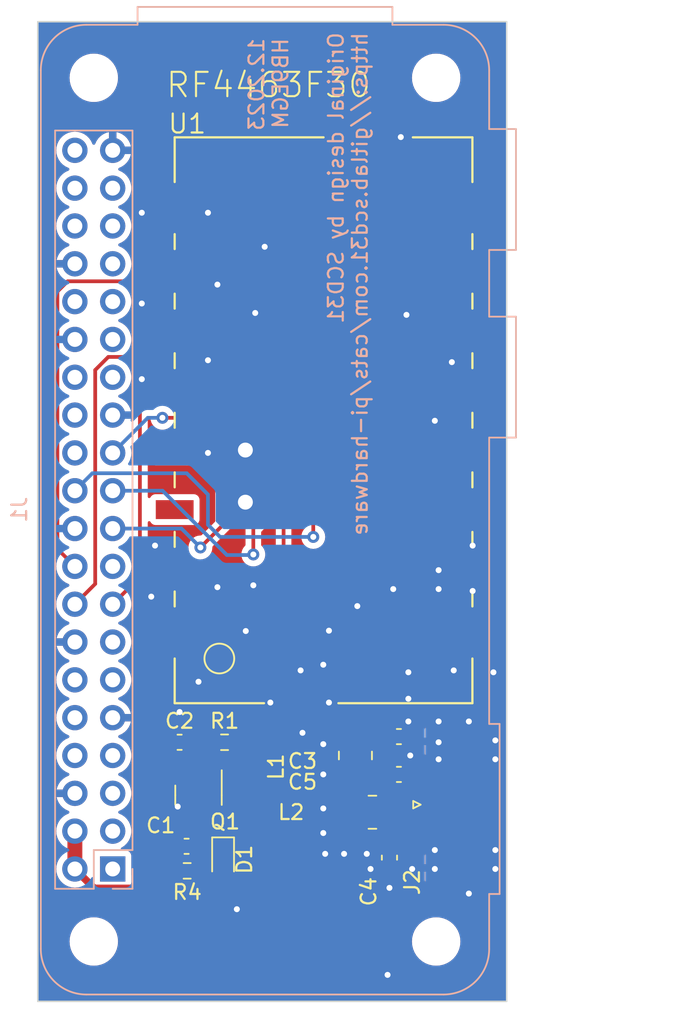
<source format=kicad_pcb>
(kicad_pcb (version 20221018) (generator pcbnew)

  (general
    (thickness 1.6)
  )

  (paper "A4")
  (title_block
    (date "2023-12-18")
    (comment 1 "LPF HB9EGM")
  )

  (layers
    (0 "F.Cu" signal)
    (31 "B.Cu" signal)
    (32 "B.Adhes" user "B.Adhesive")
    (33 "F.Adhes" user "F.Adhesive")
    (34 "B.Paste" user)
    (35 "F.Paste" user)
    (36 "B.SilkS" user "B.Silkscreen")
    (37 "F.SilkS" user "F.Silkscreen")
    (38 "B.Mask" user)
    (39 "F.Mask" user)
    (40 "Dwgs.User" user "User.Drawings")
    (41 "Cmts.User" user "User.Comments")
    (42 "Eco1.User" user "User.Eco1")
    (43 "Eco2.User" user "User.Eco2")
    (44 "Edge.Cuts" user)
    (45 "Margin" user)
    (46 "B.CrtYd" user "B.Courtyard")
    (47 "F.CrtYd" user "F.Courtyard")
    (48 "B.Fab" user)
    (49 "F.Fab" user)
    (50 "User.1" user)
    (51 "User.2" user)
    (52 "User.3" user)
    (53 "User.4" user)
    (54 "User.5" user)
    (55 "User.6" user)
    (56 "User.7" user)
    (57 "User.8" user)
    (58 "User.9" user)
  )

  (setup
    (stackup
      (layer "F.SilkS" (type "Top Silk Screen"))
      (layer "F.Paste" (type "Top Solder Paste"))
      (layer "F.Mask" (type "Top Solder Mask") (thickness 0.01))
      (layer "F.Cu" (type "copper") (thickness 0.035))
      (layer "dielectric 1" (type "core") (thickness 1.51) (material "FR4") (epsilon_r 4.5) (loss_tangent 0.02))
      (layer "B.Cu" (type "copper") (thickness 0.035))
      (layer "B.Mask" (type "Bottom Solder Mask") (thickness 0.01))
      (layer "B.Paste" (type "Bottom Solder Paste"))
      (layer "B.SilkS" (type "Bottom Silk Screen"))
      (copper_finish "None")
      (dielectric_constraints no)
    )
    (pad_to_mask_clearance 0)
    (pcbplotparams
      (layerselection 0x00010fc_ffffffff)
      (plot_on_all_layers_selection 0x0000000_00000000)
      (disableapertmacros false)
      (usegerberextensions true)
      (usegerberattributes false)
      (usegerberadvancedattributes false)
      (creategerberjobfile false)
      (dashed_line_dash_ratio 12.000000)
      (dashed_line_gap_ratio 3.000000)
      (svgprecision 6)
      (plotframeref false)
      (viasonmask false)
      (mode 1)
      (useauxorigin false)
      (hpglpennumber 1)
      (hpglpenspeed 20)
      (hpglpendiameter 15.000000)
      (dxfpolygonmode true)
      (dxfimperialunits true)
      (dxfusepcbnewfont true)
      (psnegative false)
      (psa4output false)
      (plotreference true)
      (plotvalue false)
      (plotinvisibletext false)
      (sketchpadsonfab false)
      (subtractmaskfromsilk true)
      (outputformat 1)
      (mirror false)
      (drillshape 0)
      (scaleselection 1)
      (outputdirectory "output")
    )
  )

  (net 0 "")
  (net 1 "VCC")
  (net 2 "GND")
  (net 3 "+3V3")
  (net 4 "Net-(D1-K)")
  (net 5 "unconnected-(J1-SDA{slash}GPIO2-Pad3)")
  (net 6 "unconnected-(J1-SCL{slash}GPIO3-Pad5)")
  (net 7 "unconnected-(J1-GCLK0{slash}GPIO4-Pad7)")
  (net 8 "unconnected-(J1-GPIO14{slash}TXD-Pad8)")
  (net 9 "unconnected-(J1-GPIO15{slash}RXD-Pad10)")
  (net 10 "unconnected-(J1-GPIO17-Pad11)")
  (net 11 "SDN")
  (net 12 "IT")
  (net 13 "CS")
  (net 14 "SDI")
  (net 15 "SDO")
  (net 16 "GPIO0")
  (net 17 "SCLK")
  (net 18 "unconnected-(J1-GPIO18{slash}PWM0-Pad12)")
  (net 19 "unconnected-(J1-GPIO27-Pad13)")
  (net 20 "unconnected-(J1-3V3-Pad17)")
  (net 21 "unconnected-(J1-~{CE0}{slash}GPIO8-Pad24)")
  (net 22 "unconnected-(J1-~{CE1}{slash}GPIO7-Pad26)")
  (net 23 "unconnected-(J1-ID_SD{slash}GPIO0-Pad27)")
  (net 24 "unconnected-(J1-ID_SC{slash}GPIO1-Pad28)")
  (net 25 "unconnected-(J1-GCLK1{slash}GPIO5-Pad29)")
  (net 26 "unconnected-(J1-GCLK2{slash}GPIO6-Pad31)")
  (net 27 "unconnected-(J1-PWM0{slash}GPIO12-Pad32)")
  (net 28 "unconnected-(J1-PWM1{slash}GPIO13-Pad33)")
  (net 29 "unconnected-(J1-GPIO19{slash}MISO1-Pad35)")
  (net 30 "unconnected-(J1-GPIO16-Pad36)")
  (net 31 "unconnected-(J1-GPIO26-Pad37)")
  (net 32 "unconnected-(J1-GPIO20{slash}MOSI1-Pad38)")
  (net 33 "TX_LED")
  (net 34 "unconnected-(J1-GPIO21{slash}SCLK1-Pad40)")
  (net 35 "Net-(J2-In)")
  (net 36 "Net-(U1-ANT)")
  (net 37 "Net-(Q1-B)")
  (net 38 "unconnected-(U1-NC-Pad3)")
  (net 39 "unconnected-(U1-NC-Pad4)")
  (net 40 "unconnected-(U1-NC-Pad14)")
  (net 41 "Net-(D1-A)")
  (net 42 "Net-(C5-Pad1)")

  (footprint "Resistor_SMD:R_0603_1608Metric" (layer "F.Cu") (at 100.175 89.789))

  (footprint "npr70:RF4463F30" (layer "F.Cu") (at 115.824 58.166))

  (footprint "Connector_Coaxial:SMA_Amphenol_132289_EdgeMount" (layer "F.Cu") (at 116.5575 93.98))

  (footprint "Capacitor_SMD:C_0603_1608Metric" (layer "F.Cu") (at 97.623621 96.774))

  (footprint "Inductor_SMD:L_1008_2520Metric_Pad1.43x2.20mm_HandSolder" (layer "F.Cu") (at 108.966 90.678 -90))

  (footprint "Package_TO_SOT_SMD:SOT-23" (layer "F.Cu") (at 98.425 93.345 -90))

  (footprint "Capacitor_SMD:C_0603_1608Metric" (layer "F.Cu") (at 111.252 97.536 -90))

  (footprint "Capacitor_SMD:C_0603_1608Metric" (layer "F.Cu") (at 111.887 89.408))

  (footprint "Capacitor_SMD:C_0603_1608Metric" (layer "F.Cu") (at 97.155 89.789))

  (footprint "Inductor_SMD:L_1008_2520Metric_Pad1.43x2.20mm_HandSolder" (layer "F.Cu") (at 110.109 94.488))

  (footprint "LED_SMD:LED_0603_1608Metric" (layer "F.Cu") (at 100.076 97.663 -90))

  (footprint "Capacitor_SMD:C_0603_1608Metric" (layer "F.Cu") (at 111.887 91.948))

  (footprint "Resistor_SMD:R_0603_1608Metric" (layer "F.Cu") (at 97.663 98.425 180))

  (footprint "Module:Raspberry_Pi_Zero_Socketed_THT_FaceDown_MountingHoles" (layer "B.Cu") (at 92.660759 98.298))

  (gr_line (start 119.126 41.402) (end 87.63 41.402)
    (stroke (width 0.1) (type solid)) (layer "Edge.Cuts") (tstamp 1cbcbc8c-b710-48db-a569-036ff3b7fdc3))
  (gr_line (start 87.63 107.188) (end 119.126 107.188)
    (stroke (width 0.1) (type solid)) (layer "Edge.Cuts") (tstamp 3d0fd239-72c6-4d90-a3ea-e3390b8b4326))
  (gr_line (start 87.63 41.402) (end 87.63 107.188)
    (stroke (width 0.1) (type solid)) (layer "Edge.Cuts") (tstamp 5ce9fb97-9956-43a9-84f9-f6e8e6ee5c79))
  (gr_line (start 119.126 107.188) (end 119.126 41.402)
    (stroke (width 0.1) (type solid)) (layer "Edge.Cuts") (tstamp 8499cc82-b35b-4f37-b1a9-3e7d39b9b9f9))
  (gr_text "12.2023\nHB9EGM" (at 104.521 42.418 90) (layer "B.SilkS") (tstamp 13221db7-a732-45f9-be07-6967d73fc198)
    (effects (font (size 1 1) (thickness 0.15)) (justify left bottom mirror))
  )
  (gr_text "Original design by SCD31\nhttps://gitlab.scd31.com/cats/pi-hardware" (at 109.855 42.037 90) (layer "B.SilkS") (tstamp bd9b4d73-102b-4896-8dec-d78d73c0c35b)
    (effects (font (size 1 1) (thickness 0.15)) (justify left bottom mirror))
  )

  (segment (start 95.123 99.187) (end 94.712 99.598) (width 1) (layer "F.Cu") (net 1) (tstamp 02faf45e-af74-4a11-b30c-fdc55eec32a1))
  (segment (start 91.420759 99.598) (end 94.402 99.598) (width 0.5) (layer "F.Cu") (net 1) (tstamp 0cbe017f-80ec-418f-8672-e75dc700fc38))
  (segment (start 96.824 82.166) (end 95.123 83.867) (width 1) (layer "F.Cu") (net 1) (tstamp 184031c9-7aca-4c35-a8d0-99eac389a968))
  (segment (start 90.120759 98.298) (end 91.420759 99.598) (width 0.5) (layer "F.Cu") (net 1) (tstamp 37bd4842-e5cf-4195-a6f8-9c0625a17d0a))
  (segment (start 95.123 90.043) (end 95.123 99.187) (width 1) (layer "F.Cu") (net 1) (tstamp 4034171c-3182-4d6e-8208-76445d6e5a20))
  (segment (start 95.166 90) (end 95.123 90.043) (width 0.25) (layer "F.Cu") (net 1) (tstamp 71e35d07-2173-456b-95d1-b451470dcc76))
  (segment (start 95.123 83.867) (end 95.123 90.043) (width 1) (layer "F.Cu") (net 1) (tstamp 812a6c0e-b989-4bdd-8a21-216f34b5c378))
  (segment (start 94.712 99.598) (end 94.402 99.598) (width 1) (layer "F.Cu") (net 1) (tstamp b7e6cb8e-2d19-434f-9852-a8fa8447210c))
  (segment (start 96.838 98.425) (end 95.123 98.425) (width 0.25) (layer "F.Cu") (net 1) (tstamp e593f25f-57ad-4226-b942-bd0c901871fa))
  (segment (start 96.848621 96.774) (end 95.504 96.774) (width 0.25) (layer "F.Cu") (net 1) (tstamp f42d7b9f-2f01-4aeb-985e-8b45bd8ec97c))
  (segment (start 96.38 89.789) (end 95.166 89.789) (width 0.25) (layer "F.Cu") (net 1) (tstamp fbd600c5-c1c8-4d74-b367-eaf0d7b26c6e))
  (segment (start 90.120759 95.758) (end 90.120759 98.298) (width 1) (layer "F.Cu") (net 1) (tstamp ffe43b0d-e641-49dc-b5f3-48a4b5f53eb1))
  (segment (start 112.662 90.691) (end 112.649 90.678) (width 0.5) (layer "F.Cu") (net 2) (tstamp 46a1d2b6-a163-4d60-b02b-bf38033a2530))
  (segment (start 112.662 91.948) (end 112.662 90.691) (width 0.5) (layer "F.Cu") (net 2) (tstamp dd6a5d4b-2d6d-41da-b645-86f8b4b5f223))
  (via (at 118.364 89.662) (size 0.8) (drill 0.4) (layers "F.Cu" "B.Cu") (net 2) (tstamp 029b2ffa-1293-47c3-846a-62d5bd7e6440))
  (via (at 114.554 78.232) (size 0.8) (drill 0.4) (layers "F.Cu" "B.Cu") (free) (net 2) (tstamp 08e2286f-026f-424f-b92c-fc263bdd3b25))
  (via (at 94.615 65.405) (size 0.8) (drill 0.4) (layers "F.Cu" "B.Cu") (free) (net 2) (tstamp 0cf6a095-1fff-484a-84df-c7d41109c0bf))
  (via (at 112.522 88.392) (size 0.8) (drill 0.4) (layers "F.Cu" "B.Cu") (free) (net 2) (tstamp 0cfc2f95-f327-4bd6-90f5-a7bcab4df663))
  (via (at 114.554 89.789) (size 0.8) (drill 0.4) (layers "F.Cu" "B.Cu") (net 2) (tstamp 0e002d1a-1676-4b9e-9e32-4a9458d277ab))
  (via (at 112.522 85.09) (size 0.8) (drill 0.4) (layers "F.Cu" "B.Cu") (free) (net 2) (tstamp 1424a9d5-3db0-4ef8-a104-a7e32f9adcec))
  (via (at 114.554 90.932) (size 0.8) (drill 0.4) (layers "F.Cu" "B.Cu") (free) (net 2) (tstamp 1bcf5c4a-94b1-4d80-918a-37f443dbcb7d))
  (via (at 114.3 97.028) (size 0.8) (drill 0.4) (layers "F.Cu" "B.Cu") (free) (net 2) (tstamp 21afa141-6c5f-4152-a669-73dda9c36dc0))
  (via (at 106.807 84.582) (size 0.8) (drill 0.4) (layers "F.Cu" "B.Cu") (free) (net 2) (tstamp 2a7f79c5-6ba9-496b-b9e5-996f4b7ca2f1))
  (via (at 115.57 84.963) (size 0.8) (drill 0.4) (layers "F.Cu" "B.Cu") (free) (net 2) (tstamp 2b777506-9686-4e55-9198-ce520d00e6dd))
  (via (at 116.84 76.581) (size 0.8) (drill 0.4) (layers "F.Cu" "B.Cu") (free) (net 2) (tstamp 33f9bd21-43f9-4ff4-8e8e-75e4432b3e6a))
  (via (at 106.807 94.234) (size 0.8) (drill 0.4) (layers "F.Cu" "B.Cu") (free) (net 2) (tstamp 340bfd41-7e0c-49d3-b789-e98f782abb4c))
  (via (at 95.25 80.01) (size 0.8) (drill 0.4) (layers "F.Cu" "B.Cu") (free) (net 2) (tstamp 38da0a62-4e15-4d76-b5d3-83f70e31691c))
  (via (at 112.649 90.678) (size 0.8) (drill 0.4) (layers "F.Cu" "B.Cu") (free) (net 2) (tstamp 3dd0fa0a-2936-4681-9c03-032302f2d6e5))
  (via (at 116.586 88.392) (size 0.8) (drill 0.4) (layers "F.Cu" "B.Cu") (free) (net 2) (tstamp 415476dd-b6da-4d5f-886a-7fec5687ef14))
  (via (at 101.6 82.319492) (size 0.8) (drill 0.4) (layers "F.Cu" "B.Cu") (free) (net 2) (tstamp 492afda7-f871-4b4c-ba7a-623990777c77))
  (via (at 118.237 85.09) (size 0.8) (drill 0.4) (layers "F.Cu" "B.Cu") (free) (net 2) (tstamp 4cd8b92a-444d-4406-876e-92ed70aa714b))
  (via (at 111.252 99.568) (size 0.8) (drill 0.4) (layers "F.Cu" "B.Cu") (free) (net 2) (tstamp 4f1b4335-7237-4337-b31f-54581bb91d7d))
  (via (at 98.425 85.725) (size 0.8) (drill 0.4) (layers "F.Cu" "B.Cu") (free) (net 2) (tstamp 50870bf7-c4cb-459e-bce3-abc499baa9d6))
  (via (at 112.776 98.298) (size 0.8) (drill 0.4) (layers "F.Cu" "B.Cu") (free) (net 2) (tstamp 580e4387-d39c-44d1-92d9-f764a2bfb811))
  (via (at 99.06 70.358) (size 0.8) (drill 0.4) (layers "F.Cu" "B.Cu") (free) (net 2) (tstamp 64ea1369-9d98-40e5-b121-a2f351276acd))
  (via (at 114.554 88.392) (size 0.8) (drill 0.4) (layers "F.Cu" "B.Cu") (free) (net 2) (tstamp 66447d2a-ea73-4afc-a9ed-50b880c8758f))
  (via (at 107.188 87.122) (size 0.8) (drill 0.4) (layers "F.Cu" "B.Cu") (free) (net 2) (tstamp 6845feb9-e1b6-43cd-85f7-d79d6a3d6c8d))
  (via (at 107.188 82.296) (size 0.8) (drill 0.4) (layers "F.Cu" "B.Cu") (free) (net 2) (tstamp 6c12dcaa-a741-4aba-8e72-c0105b4493b6))
  (via (at 118.364 90.932) (size 0.8) (drill 0.4) (layers "F.Cu" "B.Cu") (free) (net 2) (tstamp 6c608368-262b-4f6e-a28c-273aea6597c1))
  (via (at 99.06 64.135) (size 0.8) (drill 0.4) (layers "F.Cu" "B.Cu") (free) (net 2) (tstamp 7029d98d-dc6d-4c5e-b6a9-cebee3279c22))
  (via (at 106.807 95.885) (size 0.8) (drill 0.4) (layers "F.Cu" "B.Cu") (free) (net 2) (tstamp 78940c7a-d371-4c3c-a2f5-bdf3aeb8c9c6))
  (via (at 114.3 68.199) (size 0.8) (drill 0.4) (layers "F.Cu" "B.Cu") (free) (net 2) (tstamp 79bb19c1-d54c-41df-b30e-4fe793e6aa5f))
  (via (at 112.395 61.087) (size 0.8) (drill 0.4) (layers "F.Cu" "B.Cu") (free) (net 2) (tstamp 7f4f3cca-e9fd-465f-940d-d3fe136f3a98))
  (via (at 109.728 97.282) (size 0.8) (drill 0.4) (layers "F.Cu" "B.Cu") (free) (net 2) (tstamp 83123bab-a783-4087-99e2-b7a94b92754a))
  (via (at 99.695 79.375) (size 0.8) (drill 0.4) (layers "F.Cu" "B.Cu") (free) (net 2) (tstamp 8324a7c8-ded2-46bc-b84b-e019e28f6738))
  (via (at 103.251 87.122) (size 0.8) (drill 0.4) (layers "F.Cu" "B.Cu") (free) (net 2) (tstamp 86a8a258-40cf-4027-9ae5-c72cd46e5f06))
  (via (at 101 101) (size 0.8) (drill 0.4) (layers "F.Cu" "B.Cu") (free) (net 2) (tstamp 8e19e4fa-bed9-47a5-8e1c-b847a4cdacbb))
  (via (at 99.695 59.055) (size 0.8) (drill 0.4) (layers "F.Cu" "B.Cu") (free) (net 2) (tstamp 8e34801e-bff9-4d6f-8edf-718214926c1c))
  (via (at 97.028 94.107) (size 0.8) (drill 0.4) (layers "F.Cu" "B.Cu") (free) (net 2) (tstamp 8f45377e-272d-43d8-b268-93869060ff9c))
  (via (at 97.155 87.757) (size 0.8) (drill 0.4) (layers "F.Cu" "B.Cu") (free) (net 2) (tstamp 941cd078-494f-4d3a-b1f4-dc08c39426fb))
  (via (at 116.586 99.949) (size 0.8) (drill 0.4) (layers "F.Cu" "B.Cu") (free) (net 2) (tstamp 975344f4-1144-4fed-890b-c470a9f15a2f))
  (via (at 118.364 97.028) (size 0.8) (drill 0.4) (layers "F.Cu" "B.Cu") (free) (net 2) (tstamp a470eadb-c0b4-4a74-8496-389852fd0891))
  (via (at 108.204 97.282) (size 0.8) (drill 0.4) (layers "F.Cu" "B.Cu") (free) (net 2) (tstamp a78eb89a-53eb-4a48-ba15-71903abeb492))
  (via (at 114.554 79.502) (size 0.8) (drill 0.4) (layers "F.Cu" "B.Cu") (free) (net 2) (tstamp aa448970-a839-4b58-9e4a-8bb56940a694))
  (via (at 106.807 89.916) (size 0.8) (drill 0.4) (layers "F.Cu" "B.Cu") (free) (net 2) (tstamp ade1f34f-47b7-44ba-bf22-ada98dafac18))
  (via (at 114.3 98.298) (size 0.8) (drill 0.4) (layers "F.Cu" "B.Cu") (net 2) (tstamp b01ee2d6-e2f4-4305-bd4b-d82d46fda4c4))
  (via (at 102.87 56.515) (size 0.8) (drill 0.4) (layers "F.Cu" "B.Cu") (free) (net 2) (tstamp b4d831b3-6116-4c0d-9813-f35977304861))
  (via (at 99.06 54.229) (size 0.8) (drill 0.4) (layers "F.Cu" "B.Cu") (free) (net 2) (tstamp bfcfeb8f-0bd0-4d8e-b192-50dab5da6212))
  (via (at 106.934 97.282) (size 0.8) (drill 0.4) (layers "F.Cu" "B.Cu") (free) (net 2) (tstamp c93c7412-b117-4fc2-bb88-7a0cf2aef6fe))
  (via (at 94.615 54.229) (size 0.8) (drill 0.4) (layers "F.Cu" "B.Cu") (free) (net 2) (tstamp cd119861-26d3-4bbe-b321-ebe08fca2c25))
  (via (at 111.125 105.41) (size 0.8) (drill 0.4) (layers "F.Cu" "B.Cu") (free) (net 2) (tstamp cf0392bf-f991-4253-9729-d801aa3f1795))
  (via (at 112.014 49.149) (size 0.8) (drill 0.4) (layers "F.Cu" "B.Cu") (free) (net 2) (tstamp d1847922-e8ba-47d6-8e5b-5850a64bb19e))
  (via (at 102.235 60.96) (size 0.8) (drill 0.4) (layers "F.Cu" "B.Cu") (free) (net 2) (tstamp d8fc2c57-d00c-4c40-83b6-c131add087db))
  (via (at 115.443 64.262) (size 0.8) (drill 0.4) (layers "F.Cu" "B.Cu") (free) (net 2) (tstamp daddbfc9-0888-4785-9a87-5121f45ca696))
  (via (at 105.41 89.154) (size 0.8) (drill 0.4) (layers "F.Cu" "B.Cu") (free) (net 2) (tstamp de299163-dbc4-4893-bfe1-e0e87a781fe6))
  (via (at 111.506 79.502) (size 0.8) (drill 0.4) (layers "F.Cu" "B.Cu") (free) (net 2) (tstamp e081905a-7b14-4fd5-ba8b-9e314fe6e946))
  (via (at 95.504 76.581) (size 0.8) (drill 0.4) (layers "F.Cu" "B.Cu") (free) (net 2) (tstamp ea3794ff-3d1d-4b24-ab06-0a750ae73a77))
  (via (at 112.522 86.868) (size 0.8) (drill 0.4) (layers "F.Cu" "B.Cu") (free) (net 2) (tstamp ea8a13b0-35e5-4a7d-b99d-e8cff704cb09))
  (via (at 106.807 91.948) (size 0.8) (drill 0.4) (layers "F.Cu" "B.Cu") (free) (net 2) (tstamp ec82536a-8411-4ffd-88c3-56336b42dd89))
  (via (at 94.615 60.325) (size 0.8) (drill 0.4) (layers "F.Cu" "B.Cu") (free) (net 2) (tstamp ee079d64-6fb4-4a07-bf43-0c5cb7eb5d29))
  (via (at 116.84 79.629) (size 0.8) (drill 0.4) (layers "F.Cu" "B.Cu") (free) (net 2) (tstamp f0c32394-114c-45fa-ac04-3fba5a6e27c5))
  (via (at 109.982 98.298) (size 0.8) (drill 0.4) (layers "F.Cu" "B.Cu") (free) (net 2) (tstamp f6a2893a-77ef-486d-a339-db9ee06790bf))
  (via (at 102.108 79.248) (size 0.8) (drill 0.4) (layers "F.Cu" "B.Cu") (free) (net 2) (tstamp f74b7ea4-8f63-418d-bb6a-00ca9100ae57))
  (via (at 105.283 84.963) (size 0.8) (drill 0.4) (layers "F.Cu" "B.Cu") (free) (net 2) (tstamp fbfe15be-8264-4a33-af75-1e1d7f4ab745))
  (via (at 109.093 80.645) (size 0.8) (drill 0.4) (layers "F.Cu" "B.Cu") (free) (net 2) (tstamp fe230ab9-a334-46dd-bf59-69ddc9068496))
  (via (at 118.364 98.298) (size 0.8) (drill 0.4) (layers "F.Cu" "B.Cu") (net 2) (tstamp fff2746c-57b8-4149-b10d-e326793bfeee))
  (segment (start 100.076 95.9335) (end 98.425 94.2825) (width 0.25) (layer "F.Cu") (net 4) (tstamp 1be56a4b-a1e0-4387-87b3-efb58060b443))
  (segment (start 98.425 94.2825) (end 98.425 93.7745) (width 0.25) (layer "F.Cu") (net 4) (tstamp 7297978d-6380-4a05-910c-2fc98ba5b64c))
  (segment (start 100.076 96.8755) (end 100.076 95.9335) (width 0.25) (layer "F.Cu") (net 4) (tstamp 7e2566b5-23e5-4504-9ce6-a36b3e6539e3))
  (segment (start 95.886 66.166) (end 96.824 66.166) (width 0.25) (layer "F.Cu") (net 11) (tstamp 07c4a21c-8df0-4e33-863d-c690837d1b09))
  (segment (start 92.660759 80.518) (end 94.488 78.690759) (width 0.25) (layer "F.Cu") (net 11) (tstamp 3e99171a-cd41-402d-8b50-5fffb37d97bf))
  (segment (start 94.488 78.690759) (end 94.488 67.564) (width 0.25) (layer "F.Cu") (net 11) (tstamp 4c218dc9-fd6a-41c4-b2cc-7ab94f840e4e))
  (segment (start 94.488 67.564) (end 95.886 66.166) (width 0.25) (layer "F.Cu") (net 11) (tstamp e5e5bc7c-6fbd-4c37-baa4-8a2b7b850382))
  (segment (start 91.485759 79.153) (end 91.485759 64.791299) (width 0.25) (layer "F.Cu") (net 12) (tstamp 5c0ee249-7b4c-426e-bcd4-affa91756f26))
  (segment (start 91.485759 64.791299) (end 92.364058 63.913) (width 0.25) (layer "F.Cu") (net 12) (tstamp 7adf9a98-e1ad-4119-8511-1d8f0fa01362))
  (segment (start 92.364058 63.913) (end 95.077 63.913) (width 0.25) (layer "F.Cu") (net 12) (tstamp 88f5663c-4564-4ffa-a236-33a3d940fbc7))
  (segment (start 90.120759 80.518) (end 91.485759 79.153) (width 0.25) (layer "F.Cu") (net 12) (tstamp b375b9e7-c702-4f5c-a96c-6d518aa5e17c))
  (segment (start 95.077 63.913) (end 96.824 62.166) (width 0.25) (layer "F.Cu") (net 12) (tstamp f69c4574-c4d2-4c35-a536-2920992bf371))
  (segment (start 94.234 58.166) (end 96.824 58.166) (width 0.25) (layer "F.Cu") (net 13) (tstamp 0e324987-e230-421b-82da-84678925d93e))
  (segment (start 90.120759 77.978) (end 88.945759 76.803) (width 0.25) (layer "F.Cu") (net 13) (tstamp 532b887d-d4a3-4dd6-b74f-304a744305d8))
  (segment (start 88.945759 76.803) (end 88.945759 59.521299) (width 0.25) (layer "F.Cu") (net 13) (tstamp 555ad0e8-5c25-4d27-8549-32064c12b6db))
  (segment (start 93.567 58.833) (end 94.234 58.166) (width 0.25) (layer "F.Cu") (net 13) (tstamp 5984cf9c-6376-4a59-9a5f-e2b0a405572a))
  (segment (start 89.634058 58.833) (end 93.567 58.833) (width 0.25) (layer "F.Cu") (net 13) (tstamp c573350a-a1a3-4012-9295-84021fbe2f88))
  (segment (start 88.945759 59.521299) (end 89.634058 58.833) (width 0.25) (layer "F.Cu") (net 13) (tstamp ee3edbd1-847c-4f75-a7fb-3f1fefee942b))
  (segment (start 100.076 69.088) (end 110.998 58.166) (width 0.25) (layer "F.Cu") (net 14) (tstamp 52e5a68d-0855-4103-9eca-79aa079c8026))
  (segment (start 98.552 76.708) (end 100.076 75.184) (width 0.25) (layer "F.Cu") (net 14) (tstamp 7ba525f4-080b-4e22-9628-81baa4c287bd))
  (segment (start 100.076 75.184) (end 100.076 69.088) (width 0.25) (layer "F.Cu") (net 14) (tstamp 90da63f9-79e7-4f12-8d43-61c41f58770f))
  (segment (start 110.998 58.166) (end 114.554 58.166) (width 0.25) (layer "F.Cu") (net 14) (tstamp 97ac82b1-8d6b-46d2-b452-825f09286346))
  (segment (start 114.554 58.166) (end 116.824 58.166) (width 0.25) (layer "F.Cu") (net 14) (tstamp c326496f-37a6-413d-b8e6-a20746e4c00d))
  (via (at 98.552 76.708) (size 0.8) (drill 0.4) (layers "F.Cu" "B.Cu") (net 14) (tstamp 03c09b0d-860e-450d-92a0-672793b02708))
  (segment (start 92.660759 75.438) (end 97.282 75.438) (width 0.25) (layer "B.Cu") (net 14) (tstamp 43b717b1-e643-416c-a15e-f4fd3854a09d))
  (segment (start 97.282 75.438) (end 98.552 76.708) (width 0.25) (layer "B.Cu") (net 14) (tstamp 64d780fd-906a-48fa-8c2a-fcb2fb521c48))
  (segment (start 115.38 62.166) (end 116.824 62.166) (width 0.25) (layer "F.Cu") (net 15) (tstamp 54d05881-f7eb-4831-a0c6-4c2e052cdb21))
  (segment (start 102.108 75.438) (end 115.38 62.166) (width 0.25) (layer "F.Cu") (net 15) (tstamp 7f3e8a11-fc76-4d87-9749-2e18f0d9a9cb))
  (segment (start 102.108 77.1785) (end 102.108 75.438) (width 0.25) (layer "F.Cu") (net 15) (tstamp b602ebd6-efb4-4d09-b3bb-fc05d8096831))
  (via (at 102.108 77.1785) (size 0.8) (drill 0.4) (layers "F.Cu" "B.Cu") (net 15) (tstamp 531cba69-f186-4bd5-9da7-596721b39895))
  (segment (start 96.012 72.898) (end 100.33 77.216) (width 0.25) (layer "B.Cu") (net 15) (tstamp 61450ce6-4a96-4e7b-8ab3-3314869173c0))
  (segment (start 92.660759 72.898) (end 96.012 72.898) (width 0.25) (layer "B.Cu") (net 15) (tstamp c0765a80-c5b8-4e29-9559-f46e6d4da84b))
  (segment (start 102.0705 77.216) (end 102.108 77.1785) (width 0.25) (layer "B.Cu") (net 15) (tstamp c5cebf8d-201d-48e1-9735-2481ee612717))
  (segment (start 100.33 77.216) (end 102.0705 77.216) (width 0.25) (layer "B.Cu") (net 15) (tstamp e82cc299-cafa-451b-8bd0-07dcd1926ed2))
  (segment (start 110.682 70.166) (end 106.1345 74.7135) (width 0.25) (layer "F.Cu") (net 16) (tstamp 0d0247d6-d87b-4b19-8eb5-f97cb6185788))
  (segment (start 116.824 70.166) (end 110.682 70.166) (width 0.25) (layer "F.Cu") (net 16) (tstamp 6b869ed9-bb21-466f-8e81-f728d900283c))
  (segment (start 106.1345 74.7135) (end 106.1345 76) (width 0.25) (layer "F.Cu") (net 16) (tstamp 91d04c0c-081c-45cc-ac73-299872a571a8))
  (via (at 106.1345 76) (size 0.8) (drill 0.4) (layers "F.Cu" "B.Cu") (net 16) (tstamp 9ccb9792-60d8-4929-a95f-7d9daee8d763))
  (segment (start 91.295759 71.723) (end 97.631 71.723) (width 0.25) (layer "B.Cu") (net 16) (tstamp 27bd6e3c-0fdb-4ada-bfcf-c2f4a79a0401))
  (segment (start 90.120759 72.898) (end 91.295759 71.723) (width 0.25) (layer "B.Cu") (net 16) (tstamp 673aabc8-6240-40c0-a22b-a51e544fef68))
  (segment (start 106.1345 76) (end 99.876 76) (width 0.25) (layer "B.Cu") (net 16) (tstamp 84d70ffe-15c6-49b6-bc21-b0e6d3b00fd1))
  (segment (start 99.876 76) (end 99.06 75.184) (width 0.25) (layer "B.Cu") (net 16) (tstamp 909ae1bf-e2c9-4b3c-accb-cb126ed967fe))
  (segment (start 97.631 71.723) (end 99.06 73.152) (width 0.25) (layer "B.Cu") (net 16) (tstamp b549b56a-4d9f-477d-91c8-d07fb21692f4))
  (segment (start 99.06 73.152) (end 99.06 75.184) (width 0.25) (layer "B.Cu") (net 16) (tstamp c9cac34f-5886-494c-8fdf-e9906a35fd22))
  (segment (start 96 68) (end 99 68) (width 0.25) (layer "F.Cu") (net 17) (tstamp 213f465a-3a2c-480b-8935-e97e2d81ec52))
  (segment (start 112.834 54.166) (end 116.824 54.166) (width 0.25) (layer "F.Cu") (net 17) (tstamp 763e9036-d5ce-4b95-9fbe-2e01b1aa8313))
  (segment (start 99 68) (end 112.834 54.166) (width 0.25) (layer "F.Cu") (net 17) (tstamp 9da8fd9c-ae7a-4c52-9de9-a41dadcedd4d))
  (segment (start 116.76 54.102) (end 116.824 54.166) (width 0.25) (layer "F.Cu") (net 17) (tstamp a31f7148-f82f-47dc-b51d-8f6afbfd82c5))
  (via (at 96 68) (size 0.8) (drill 0.4) (layers "F.Cu" "B.Cu") (net 17) (tstamp b94d2de5-e208-4a62-9f14-82916d18d7ce))
  (segment (start 92.660759 70.358) (end 95.018759 68) (width 0.25) (layer "B.Cu") (net 17) (tstamp 3e800a0f-01b8-44b8-bc65-ab6b1042a92d))
  (segment (start 95.018759 68) (end 96 68) (width 0.25) (layer "B.Cu") (net 17) (tstamp 5ca39f66-ed8a-4b23-952f-179a0be72538))
  (segment (start 112.65 66.166) (end 116.824 66.166) (width 0.25) (layer "F.Cu") (net 33) (tstamp 0c2ee466-b480-426f-b081-b6c0dab56e89))
  (segment (start 99.35 89.789) (end 99.35 86.07) (width 0.25) (layer "F.Cu") (net 33) (tstamp 38d8cf0c-c211-4c91-87e9-b8b798f5c26f))
  (segment (start 104.14 74.676) (end 112.65 66.166) (width 0.25) (layer "F.Cu") (net 33) (tstamp b3ba3d57-3dc0-47d7-9bed-c106452f17ed))
  (segment (start 99.35 86.07) (end 104.14 81.28) (width 0.25) (layer "F.Cu") (net 33) (tstamp c684c6e1-14a2-4ce3-ade6-aa80be1239cd))
  (segment (start 104.14 81.28) (end 104.14 74.676) (width 0.25) (layer "F.Cu") (net 33) (tstamp e5a9d929-aa7c-431c-a2b8-5960925a2b6c))
  (segment (start 111.252 94.5075) (end 111.2715 94.488) (width 0.5) (layer "F.Cu") (net 35) (tstamp 12cfd02b-8a36-474e-bfca-f930a48f90ca))
  (segment (start 111.252 94.1265) (end 111.2715 94.107) (width 0.5) (layer "F.Cu") (net 35) (tstamp 3a63eba2-839e-4b31-85e6-f16e5e0a1525))
  (segment (start 116.5575 93.98) (end 111.3985 93.98) (width 1) (layer "F.Cu") (net 35) (tstamp 72024c65-ec4e-4393-8a2f-bc9b1c0499f7))
  (segment (start 111.252 96.761) (end 111.252 94.5075) (width 0.5) (layer "F.Cu") (net 35) (tstamp 72a8ad83-70d6-4c22-9e6b-98a83670239e))
  (segment (start 111.3985 93.98) (end 111.2715 94.107) (width 1) (layer "F.Cu") (net 35) (tstamp d7a66474-d711-4773-9732-318b8e6fcbce))
  (segment (start 111.112 89.408) (end 109.0735 89.408) (width 0.5) (layer "F.Cu") (net 36) (tstamp 14bbc8c0-d7e3-4043-aa88-caa82624cdb3))
  (segment (start 109.0735 89.408) (end 108.966 89.5155) (width 0.5) (layer "F.Cu") (net 36) (tstamp 27fda9ed-4595-4ca3-9990-fe4d4f701c1c))
  (segment (start 111.382 82.166) (end 108.966 84.582) (width 1) (layer "F.Cu") (net 36) (tstamp 2be17e69-0434-42a4-89c2-da6e234d4fc3))
  (segment (start 108.966 84.582) (end 108.966 89.5155) (width 1) (layer "F.Cu") (net 36) (tstamp 4a9845a7-6cdb-44e1-98fb-fe6209793cf0))
  (segment (start 116.824 82.166) (end 111.382 82.166) (width 1) (layer "F.Cu") (net 36) (tstamp c1a2be31-546f-470d-919c-f0ed091dba96))
  (segment (start 99.375 92.4075) (end 101 90.7825) (width 0.25) (layer "F.Cu") (net 37) (tstamp 473e8c19-c53e-4709-b2f1-274057ff2ac9))
  (segment (start 101 90.7825) (end 101 89.789) (width 0.25) (layer "F.Cu") (net 37) (tstamp eab999b2-5850-435b-bd30-632981c14d80))
  (segment (start 98.488 98.425) (end 100.0505 98.425) (width 0.25) (layer "F.Cu") (net 41) (tstamp 90153f51-979d-4489-b8f1-26da4a185c3a))
  (segment (start 100.0505 98.425) (end 100.076 98.4505) (width 0.25) (layer "F.Cu") (net 41) (tstamp e34114f5-ad3a-4541-887b-ccb8d3e2c396))
  (segment (start 108.9465 94.488) (end 108.9465 91.86) (width 0.5) (layer "F.Cu") (net 42) (tstamp 1a2b2e51-d0fa-4776-bbb5-ce0efbcdac5d))
  (segment (start 108.966 94.0875) (end 108.9465 94.107) (width 1) (layer "F.Cu") (net 42) (tstamp 1bc44478-d32f-4884-b959-98524817ed87))
  (segment (start 109.0735 91.948) (end 108.966 91.8405) (width 0.5) (layer "F.Cu") (net 42) (tstamp 89ed1d9b-caea-4613-aaf0-d087e8050945))
  (segment (start 111.112 91.948) (end 109.0735 91.948) (width 0.5) (layer "F.Cu") (net 42) (tstamp 9eeb7956-f31b-4e94-a7a5-5fbedb4ff5df))
  (segment (start 108.9465 91.86) (end 108.966 91.8405) (width 0.5) (layer "F.Cu") (net 42) (tstamp f8ad9d21-82fd-4699-ba71-e6991fad6c3b))

  (zone (net 0) (net_name "") (layer "F.Cu") (tstamp 00dacab8-d992-426f-a455-7284e1ee0702) (hatch edge 0.508)
    (connect_pads (clearance 0))
    (min_thickness 0.254) (filled_areas_thickness no)
    (keepout (tracks allowed) (vias allowed) (pads allowed) (copperpour not_allowed) (footprints allowed))
    (fill (thermal_gap 0.508) (thermal_bridge_width 0.508))
    (polygon
      (pts
        (xy 118.618 84.455)
        (xy 107.442 84.455)
        (xy 107.442 83.058)
        (xy 110.49 80.01)
        (xy 118.618 80.01)
      )
    )
  )
  (zone (net 0) (net_name "") (layer "F.Cu") (tstamp 1909c6d6-830c-4e2f-8d17-37563f17007a) (hatch edge 0.508)
    (connect_pads (clearance 0))
    (min_thickness 0.254) (filled_areas_thickness no)
    (keepout (tracks allowed) (vias allowed) (pads allowed) (copperpour not_allowed) (footprints allowed))
    (fill (thermal_gap 0.508) (thermal_bridge_width 0.508))
    (polygon
      (pts
        (xy 111.887 83.947)
        (xy 111.887 91.44)
        (xy 107.442 91.44)
        (xy 107.442 83.947)
      )
    )
  )
  (zone (net 0) (net_name "") (layer "F.Cu") (tstamp 9c8bbf4b-d093-4169-b111-2daf5b9cb231) (hatch edge 0.508)
    (connect_pads (clearance 0))
    (min_thickness 0.254) (filled_areas_thickness no)
    (keepout (tracks allowed) (vias allowed) (pads allowed) (copperpour not_allowed) (footprints allowed))
    (fill (thermal_gap 0.508) (thermal_bridge_width 0.508))
    (polygon
      (pts
        (xy 119.126 96.52)
        (xy 107.442 96.52)
        (xy 107.442 91.44)
        (xy 119.126 91.44)
      )
    )
  )
  (zone (net 2) (net_name "GND") (layers "F&B.Cu") (tstamp 6c7fac1c-5ee2-4335-9af5-6303fd9047c7) (hatch edge 0.508)
    (connect_pads (clearance 0.4))
    (min_thickness 0.2) (filled_areas_thickness no)
    (fill yes (thermal_gap 0.4) (thermal_bridge_width 0.5))
    (polygon
      (pts
        (xy 123.317 108.585)
        (xy 85.09 108.712)
        (xy 85.344 40.386)
        (xy 123.19 40.386)
      )
    )
    (filled_polygon
      (layer "F.Cu")
      (pts
        (xy 119.084691 41.421407)
        (xy 119.120655 41.470907)
        (xy 119.1255 41.5015)
        (xy 119.1255 88.481)
        (xy 119.106593 88.539191)
        (xy 119.057093 88.575155)
        (xy 119.0265 88.58)
        (xy 116.807501 88.58)
        (xy 116.8075 88.580001)
        (xy 116.8075 90.879998)
        (xy 116.807501 90.879999)
        (xy 119.0265 90.879999)
        (xy 119.084691 90.898906)
        (xy 119.120655 90.948406)
        (xy 119.1255 90.978999)
        (xy 119.1255 91.341)
        (xy 119.106593 91.399191)
        (xy 119.057093 91.435155)
        (xy 119.0265 91.44)
        (xy 113.517005 91.44)
        (xy 113.458814 91.421093)
        (xy 113.431791 91.391395)
        (xy 113.384772 91.31189)
        (xy 113.273109 91.200227)
        (xy 113.137189 91.119845)
        (xy 112.985552 91.07579)
        (xy 112.985545 91.075788)
        (xy 112.950108 91.073)
        (xy 112.912001 91.073)
        (xy 112.912 91.073001)
        (xy 112.912 91.341)
        (xy 112.893093 91.399191)
        (xy 112.843593 91.435155)
        (xy 112.813 91.44)
        (xy 112.511 91.44)
        (xy 112.452809 91.421093)
        (xy 112.416845 91.371593)
        (xy 112.412 91.341)
        (xy 112.412 91.073001)
        (xy 112.411999 91.073)
        (xy 112.373892 91.073)
        (xy 112.338454 91.075788)
        (xy 112.338447 91.07579)
        (xy 112.18681 91.119845)
        (xy 112.050887 91.200229)
        (xy 112.046676 91.203496)
        (xy 111.989108 91.22422)
        (xy 111.930352 91.207149)
        (xy 111.892852 91.158802)
        (xy 111.887 91.125269)
        (xy 111.887 90.23073)
        (xy 111.905907 90.172539)
        (xy 111.955407 90.136575)
        (xy 112.016593 90.136575)
        (xy 112.046682 90.152508)
        (xy 112.050888 90.155771)
        (xy 112.18681 90.236154)
        (xy 112.338447 90.280209)
        (xy 112.338454 90.280211)
        (xy 112.373892 90.283)
        (xy 112.411999 90.283)
        (xy 112.412 90.282999)
        (xy 112.912 90.282999)
        (xy 112.912001 90.283)
        (xy 112.950108 90.283)
        (xy 112.985545 90.280211)
        (xy 112.985552 90.280209)
        (xy 113.137189 90.236154)
        (xy 113.273109 90.155772)
        (xy 113.384773 90.044108)
        (xy 113.433286 89.962076)
        (xy 113.479181 89.921613)
        (xy 113.540095 89.915854)
        (xy 113.59276 89.946999)
        (xy 113.617061 90.003152)
        (xy 113.6175 90.01247)
        (xy 113.6175 90.511483)
        (xy 113.617501 90.511485)
        (xy 113.632333 90.605141)
        (xy 113.632336 90.605151)
        (xy 113.689858 90.718043)
        (xy 113.779456 90.807641)
        (xy 113.892348 90.865163)
        (xy 113.892352 90.865164)
        (xy 113.986015 90.879999)
        (xy 116.307498 90.879999)
        (xy 116.3075 90.879998)
        (xy 116.3075 88.580001)
        (xy 116.307499 88.58)
        (xy 113.986016 88.58)
        (xy 113.986014 88.580001)
        (xy 113.892358 88.594833)
        (xy 113.892348 88.594836)
        (xy 113.779456 88.652358)
        (xy 113.689858 88.741956)
        (xy 113.632336 88.854848)
        (xy 113.629929 88.862259)
        (xy 113.626706 88.861212)
        (xy 113.605565 88.902591)
        (xy 113.551017 88.930308)
        (xy 113.490596 88.92067)
        (xy 113.450425 88.882904)
        (xy 113.384773 88.771891)
        (xy 113.273109 88.660227)
        (xy 113.137189 88.579845)
        (xy 112.985552 88.53579)
        (xy 112.985545 88.535788)
        (xy 112.950108 88.533)
        (xy 112.912001 88.533)
        (xy 112.912 88.533001)
        (xy 112.912 90.282999)
        (xy 112.412 90.282999)
        (xy 112.412 88.533001)
        (xy 112.411999 88.533)
        (xy 112.373892 88.533)
        (xy 112.338454 88.535788)
        (xy 112.338447 88.53579)
        (xy 112.18681 88.579845)
        (xy 112.050887 88.660229)
        (xy 112.046676 88.663496)
        (xy 111.989108 88.68422)
        (xy 111.930352 88.667149)
        (xy 111.892852 88.618802)
        (xy 111.887 88.585269)
        (xy 111.887 84.554)
        (xy 111.905907 84.495809)
        (xy 111.955407 84.459845)
        (xy 111.986 84.455)
        (xy 118.617999 84.455)
        (xy 118.618 84.455)
        (xy 118.618 80.01)
        (xy 110.49 80.01)
        (xy 107.442 83.058)
        (xy 107.442 84.455)
        (xy 107.442 91.44)
        (xy 107.442 96.52)
        (xy 110.2775 96.52)
        (xy 110.335691 96.538907)
        (xy 110.371655 96.588407)
        (xy 110.3765 96.619)
        (xy 110.376501 97.049162)
        (xy 110.377539 97.062352)
        (xy 110.379291 97.084627)
        (xy 110.379292 97.084631)
        (xy 110.423383 97.236393)
        (xy 110.503827 97.372416)
        (xy 110.503828 97.372417)
        (xy 110.50383 97.37242)
        (xy 110.597761 97.466351)
        (xy 110.625537 97.520866)
        (xy 110.615966 97.581298)
        (xy 110.59776 97.606356)
        (xy 110.504229 97.699887)
        (xy 110.423845 97.83581)
        (xy 110.37979 97.987447)
        (xy 110.379788 97.987454)
        (xy 110.377 98.022892)
        (xy 110.377 98.060999)
        (xy 110.377001 98.061)
        (xy 112.126999 98.061)
        (xy 112.127 98.060999)
        (xy 112.127 98.022892)
        (xy 112.124211 97.987454)
        (xy 112.124209 97.987447)
        (xy 112.122045 97.979999)
        (xy 113.6175 97.979999)
        (xy 113.617501 97.98)
        (xy 116.307499 97.98)
        (xy 116.3075 97.979999)
        (xy 116.3075 97.080001)
        (xy 116.307499 97.08)
        (xy 113.986016 97.08)
        (xy 113.986014 97.080001)
        (xy 113.892358 97.094833)
        (xy 113.892348 97.094836)
        (xy 113.779456 97.152358)
        (xy 113.689858 97.241956)
        (xy 113.632336 97.354848)
        (xy 113.632335 97.354852)
        (xy 113.6175 97.448515)
        (xy 113.6175 97.979999)
        (xy 112.122045 97.979999)
        (xy 112.080154 97.83581)
        (xy 111.999772 97.69989)
        (xy 111.906239 97.606357)
        (xy 111.878462 97.55184)
        (xy 111.888033 97.491408)
        (xy 111.906237 97.466352)
        (xy 112.00017 97.37242)
        (xy 112.080618 97.23639)
        (xy 112.124709 97.084627)
        (xy 112.1275 97.049163)
        (xy 112.127499 96.618999)
        (xy 112.146406 96.560809)
        (xy 112.195906 96.524845)
        (xy 112.226499 96.52)
        (xy 119.0265 96.52)
        (xy 119.084691 96.538907)
        (xy 119.120655 96.588407)
        (xy 119.1255 96.619)
        (xy 119.1255 96.981)
        (xy 119.106593 97.039191)
        (xy 119.057093 97.075155)
        (xy 119.0265 97.08)
        (xy 116.807501 97.08)
        (xy 116.8075 97.080001)
        (xy 116.8075 99.379998)
        (xy 116.807501 99.379999)
        (xy 119.0265 99.379999)
        (xy 119.084691 99.398906)
        (xy 119.120655 99.448406)
        (xy 119.1255 99.478999)
        (xy 119.1255 107.0885)
        (xy 119.106593 107.146691)
        (xy 119.057093 107.182655)
        (xy 119.0265 107.1875)
        (xy 87.7295 107.1875)
        (xy 87.671309 107.168593)
        (xy 87.635345 107.119093)
        (xy 87.6305 107.0885)
        (xy 87.6305 103.168)
        (xy 89.760233 103.168)
        (xy 89.780306 103.423068)
        (xy 89.840036 103.67186)
        (xy 89.937948 103.90824)
        (xy 89.937954 103.908252)
        (xy 90.07163 104.126391)
        (xy 90.071635 104.126398)
        (xy 90.071636 104.126399)
        (xy 90.237803 104.320956)
        (xy 90.43236 104.487123)
        (xy 90.432362 104.487124)
        (xy 90.432367 104.487128)
        (xy 90.650506 104.620804)
        (xy 90.650518 104.62081)
        (xy 90.886898 104.718722)
        (xy 91.011294 104.748587)
        (xy 91.135689 104.778452)
        (xy 91.326896 104.7935)
        (xy 91.326901 104.7935)
        (xy 91.454617 104.7935)
        (xy 91.454622 104.7935)
        (xy 91.645829 104.778452)
        (xy 91.894619 104.718722)
        (xy 92.131002 104.620809)
        (xy 92.131006 104.620806)
        (xy 92.131011 104.620804)
        (xy 92.34915 104.487128)
        (xy 92.34915 104.487127)
        (xy 92.349158 104.487123)
        (xy 92.543715 104.320956)
        (xy 92.709882 104.126399)
        (xy 92.709887 104.126391)
        (xy 92.843563 103.908252)
        (xy 92.843565 103.908247)
        (xy 92.843568 103.908243)
        (xy 92.941481 103.67186)
        (xy 93.001211 103.42307)
        (xy 93.021285 103.168)
        (xy 112.760233 103.168)
        (xy 112.780306 103.423068)
        (xy 112.840036 103.67186)
        (xy 112.937948 103.90824)
        (xy 112.937954 103.908252)
        (xy 113.07163 104.126391)
        (xy 113.071635 104.126398)
        (xy 113.071636 104.126399)
        (xy 113.237803 104.320956)
        (xy 113.43236 104.487123)
        (xy 113.432362 104.487124)
        (xy 113.432367 104.487128)
        (xy 113.650506 104.620804)
        (xy 113.650518 104.62081)
        (xy 113.886898 104.718722)
        (xy 114.011294 104.748587)
        (xy 114.135689 104.778452)
        (xy 114.326896 104.7935)
        (xy 114.326901 104.7935)
        (xy 114.454617 104.7935)
        (xy 114.454622 104.7935)
        (xy 114.645829 104.778452)
        (xy 114.894619 104.718722)
        (xy 115.131002 104.620809)
        (xy 115.131006 104.620806)
        (xy 115.131011 104.620804)
        (xy 115.34915 104.487128)
        (xy 115.34915 104.487127)
        (xy 115.349158 104.487123)
        (xy 115.543715 104.320956)
        (xy 115.709882 104.126399)
        (xy 115.709887 104.126391)
        (xy 115.843563 103.908252)
        (xy 115.843565 103.908247)
        (xy 115.843568 103.908243)
        (xy 115.941481 103.67186)
        (xy 116.001211 103.42307)
        (xy 116.021285 103.168)
        (xy 116.001211 102.91293)
        (xy 115.941481 102.66414)
        (xy 115.843568 102.427757)
        (xy 115.843563 102.427747)
        (xy 115.709887 102.209608)
        (xy 115.709877 102.209595)
        (xy 115.543723 102.015053)
        (xy 115.54372 102.01505)
        (xy 115.543715 102.015044)
        (xy 115.543708 102.015038)
        (xy 115.543705 102.015035)
        (xy 115.349163 101.848881)
        (xy 115.34915 101.848871)
        (xy 115.131011 101.715195)
        (xy 115.130999 101.715189)
        (xy 114.894619 101.617277)
        (xy 114.645827 101.557547)
        (xy 114.515486 101.54729)
        (xy 114.454622 101.5425)
        (xy 114.326896 101.5425)
        (xy 114.269674 101.547003)
        (xy 114.13569 101.557547)
        (xy 113.886898 101.617277)
        (xy 113.650518 101.715189)
        (xy 113.650506 101.715195)
        (xy 113.432367 101.848871)
        (xy 113.432354 101.848881)
        (xy 113.237812 102.015035)
        (xy 113.237794 102.015053)
        (xy 113.07164 102.209595)
        (xy 113.07163 102.209608)
        (xy 112.937954 102.427747)
        (xy 112.937948 102.427759)
        (xy 112.840036 102.664139)
        (xy 112.780306 102.912931)
        (xy 112.760233 103.168)
        (xy 93.021285 103.168)
        (xy 93.001211 102.91293)
        (xy 92.941481 102.66414)
        (xy 92.843568 102.427757)
        (xy 92.843563 102.427747)
        (xy 92.709887 102.209608)
        (xy 92.709877 102.209595)
        (xy 92.543723 102.015053)
        (xy 92.54372 102.01505)
        (xy 92.543715 102.015044)
        (xy 92.543708 102.015038)
        (xy 92.543705 102.015035)
        (xy 92.349163 101.848881)
        (xy 92.34915 101.848871)
        (xy 92.131011 101.715195)
        (xy 92.130999 101.715189)
        (xy 91.894619 101.617277)
        (xy 91.645827 101.557547)
        (xy 91.515486 101.54729)
        (xy 91.454622 101.5425)
        (xy 91.326896 101.5425)
        (xy 91.269674 101.547003)
        (xy 91.13569 101.557547)
        (xy 90.886898 101.617277)
        (xy 90.650518 101.715189)
        (xy 90.650506 101.715195)
        (xy 90.432367 101.848871)
        (xy 90.432354 101.848881)
        (xy 90.237812 102.015035)
        (xy 90.237794 102.015053)
        (xy 90.07164 102.209595)
        (xy 90.07163 102.209608)
        (xy 89.937954 102.427747)
        (xy 89.937948 102.427759)
        (xy 89.840036 102.664139)
        (xy 89.780306 102.912931)
        (xy 89.760233 103.168)
        (xy 87.6305 103.168)
        (xy 87.6305 59.539409)
        (xy 88.415628 59.539409)
        (xy 88.41882 59.557924)
        (xy 88.420259 59.574743)
        (xy 88.420259 76.794015)
        (xy 88.418099 76.857244)
        (xy 88.418099 76.85725)
        (xy 88.428217 76.898766)
        (xy 88.429164 76.903749)
        (xy 88.434987 76.946109)
        (xy 88.442474 76.963346)
        (xy 88.447853 76.979341)
        (xy 88.451 76.992255)
        (xy 88.452302 76.997594)
        (xy 88.453262 76.999302)
        (xy 88.473249 77.034848)
        (xy 88.475505 77.03939)
        (xy 88.49254 77.07861)
        (xy 88.504395 77.093181)
        (xy 88.513894 77.107137)
        (xy 88.5231 77.123511)
        (xy 88.553335 77.153747)
        (xy 88.556732 77.157511)
        (xy 88.583705 77.190665)
        (xy 88.599048 77.201495)
        (xy 88.611961 77.212372)
        (xy 88.767941 77.368352)
        (xy 88.902262 77.502672)
        (xy 88.93004 77.557189)
        (xy 88.927886 77.598299)
        (xy 88.88455 77.76003)
        (xy 88.865482 77.977996)
        (xy 88.865482 77.978003)
        (xy 88.88455 78.195969)
        (xy 88.884551 78.195976)
        (xy 88.884552 78.195977)
        (xy 88.941184 78.40733)
        (xy 89.033657 78.605639)
        (xy 89.159161 78.784877)
        (xy 89.313882 78.939598)
        (xy 89.49312 79.065102)
        (xy 89.691429 79.157575)
        (xy 89.69143 79.157575)
        (xy 89.692931 79.158275)
        (xy 89.737679 79.200004)
        (xy 89.749354 79.260065)
        (xy 89.723496 79.315518)
        (xy 89.692931 79.337724)
        (xy 89.493131 79.430892)
        (xy 89.493123 79.430896)
        (xy 89.313886 79.556398)
        (xy 89.159157 79.711127)
        (xy 89.033655 79.890364)
        (xy 89.033651 79.890372)
        (xy 88.941185 80.088666)
        (xy 88.88455 80.30003)
        (xy 88.865482 80.517996)
        (xy 88.865482 80.518003)
        (xy 88.88455 80.735969)
        (xy 88.884551 80.735976)
        (xy 88.884552 80.735977)
        (xy 88.941184 80.94733)
        (xy 89.026598 81.1305)
        (xy 89.033656 81.145637)
        (xy 89.148377 81.309477)
        (xy 89.159161 81.324877)
        (xy 89.313882 81.479598)
        (xy 89.313885 81.4796)
        (xy 89.313886 81.479601)
        (xy 89.342278 81.499481)
        (xy 89.49312 81.605102)
        (xy 89.691429 81.697575)
        (xy 89.691431 81.697575)
        (xy 89.693523 81.698551)
        (xy 89.738271 81.74028)
        (xy 89.749946 81.800341)
        (xy 89.724088 81.855794)
        (xy 89.693523 81.878)
        (xy 89.493382 81.971327)
        (xy 89.493374 81.971331)
        (xy 89.314209 82.096783)
        (xy 89.159542 82.25145)
        (xy 89.034091 82.430614)
        (xy 88.941656 82.628843)
        (xy 88.893651 82.808)
        (xy 89.687073 82.808)
        (xy 89.661266 82.848156)
        (xy 89.620759 82.986111)
        (xy 89.620759 83.129889)
        (xy 89.661266 83.267844)
        (xy 89.687073 83.308)
        (xy 88.893651 83.308)
        (xy 88.941656 83.487156)
        (xy 89.034091 83.685386)
        (xy 89.159542 83.864549)
        (xy 89.314209 84.019216)
        (xy 89.493372 84.144667)
        (xy 89.693523 84.237998)
        (xy 89.738271 84.279726)
        (xy 89.749946 84.339788)
        (xy 89.724088 84.39524)
        (xy 89.693524 84.417447)
        (xy 89.493126 84.510894)
        (xy 89.493123 84.510896)
        (xy 89.313886 84.636398)
        (xy 89.159157 84.791127)
        (xy 89.033655 84.970364)
        (xy 89.033651 84.970372)
        (xy 88.941185 85.168666)
        (xy 88.88455 85.38003)
        (xy 88.865482 85.597996)
        (xy 88.865482 85.598003)
        (xy 88.88455 85.815969)
        (xy 88.884551 85.815976)
        (xy 88.884552 85.815977)
        (xy 88.941184 86.02733)
        (xy 89.033657 86.225639)
        (xy 89.159161 86.404877)
        (xy 89.313882 86.559598)
        (xy 89.49312 86.685102)
        (xy 89.691429 86.777575)
        (xy 89.69143 86.777575)
        (xy 89.692931 86.778275)
        (xy 89.737679 86.820004)
        (xy 89.749354 86.880065)
        (xy 89.723496 86.935518)
        (xy 89.692931 86.957724)
        (xy 89.493131 87.050892)
        (xy 89.493123 87.050896)
        (xy 89.313886 87.176398)
        (xy 89.159157 87.331127)
        (xy 89.033655 87.510364)
        (xy 89.033651 87.510372)
        (xy 88.941185 87.708666)
        (xy 88.88455 87.92003)
        (xy 88.865482 88.137996)
        (xy 88.865482 88.138003)
        (xy 88.88455 88.355969)
        (xy 88.884551 88.355976)
        (xy 88.884552 88.355977)
        (xy 88.941184 88.56733)
        (xy 89.033657 88.765639)
        (xy 89.082923 88.835998)
        (xy 89.148959 88.930308)
        (xy 89.159161 88.944877)
        (xy 89.313882 89.099598)
        (xy 89.313885 89.0996)
        (xy 89.313886 89.099601)
        (xy 89.330955 89.111553)
        (xy 89.49312 89.225102)
        (xy 89.691429 89.317575)
        (xy 89.69143 89.317575)
        (xy 89.692931 89.318275)
        (xy 89.737679 89.360004)
        (xy 89.749354 89.420065)
        (xy 89.723496 89.475518)
        (xy 89.692931 89.497724)
        (xy 89.493131 89.590892)
        (xy 89.493123 89.590896)
        (xy 89.313886 89.716398)
        (xy 89.159157 89.871127)
        (xy 89.033655 90.050364)
        (xy 89.033651 90.050372)
        (xy 88.941185 90.248666)
        (xy 88.88455 90.46003)
        (xy 88.865482 90.677996)
        (xy 88.865482 90.678003)
        (xy 88.88455 90.895969)
        (xy 88.884551 90.895976)
        (xy 88.884552 90.895977)
        (xy 88.941184 91.10733)
        (xy 89.033657 91.305639)
        (xy 89.054664 91.33564)
        (xy 89.127737 91.44)
        (xy 89.159161 91.484877)
        (xy 89.313882 91.639598)
        (xy 89.49312 91.765102)
        (xy 89.691429 91.857575)
        (xy 89.691431 91.857575)
        (xy 89.693523 91.858551)
        (xy 89.738271 91.90028)
        (xy 89.749946 91.960341)
        (xy 89.724088 92.015794)
        (xy 89.693523 92.038)
        (xy 89.493382 92.131327)
        (xy 89.493374 92.131331)
        (xy 89.314209 92.256783)
        (xy 89.159542 92.41145)
        (xy 89.034091 92.590614)
        (xy 88.941656 92.788843)
        (xy 88.893651 92.968)
        (xy 89.687073 92.968)
        (xy 89.661266 93.008156)
        (xy 89.620759 93.146111)
        (xy 89.620759 93.289889)
        (xy 89.661266 93.427844)
        (xy 89.687073 93.468)
        (xy 88.893651 93.468)
        (xy 88.941656 93.647156)
        (xy 89.034091 93.845386)
        (xy 89.159542 94.024549)
        (xy 89.314209 94.179216)
        (xy 89.493372 94.304667)
        (xy 89.693523 94.397998)
        (xy 89.738271 94.439726)
        (xy 89.749946 94.499788)
        (xy 89.724088 94.55524)
        (xy 89.693524 94.577447)
        (xy 89.493126 94.670894)
        (xy 89.493123 94.670896)
        (xy 89.313886 94.796398)
        (xy 89.159157 94.951127)
        (xy 89.033655 95.130364)
        (xy 89.033651 95.130372)
        (xy 88.941185 95.328666)
        (xy 88.88455 95.54003)
        (xy 88.865482 95.757996)
        (xy 88.865482 95.758003)
        (xy 88.88455 95.975969)
        (xy 88.884551 95.975976)
        (xy 88.884552 95.975977)
        (xy 88.941184 96.18733)
        (xy 89.033657 96.385639)
        (xy 89.061479 96.425373)
        (xy 89.156312 96.560809)
        (xy 89.159161 96.564877)
        (xy 89.191264 96.59698)
        (xy 89.21904 96.651495)
        (xy 89.220259 96.666982)
        (xy 89.220259 97.389017)
        (xy 89.201352 97.447208)
        (xy 89.191264 97.45902)
        (xy 89.159157 97.491127)
        (xy 89.033655 97.670364)
        (xy 89.033651 97.670372)
        (xy 88.941185 97.868666)
        (xy 88.88455 98.08003)
        (xy 88.865482 98.297996)
        (xy 88.865482 98.298003)
        (xy 88.88455 98.515969)
        (xy 88.884551 98.515976)
        (xy 88.884552 98.515977)
        (xy 88.941184 98.72733)
        (xy 89.033657 98.925639)
        (xy 89.046316 98.943718)
        (xy 89.144481 99.083913)
        (xy 89.159161 99.104877)
        (xy 89.313882 99.259598)
        (xy 89.49312 99.385102)
        (xy 89.691429 99.477575)
        (xy 89.902782 99.534207)
        (xy 89.902786 99.534207)
        (xy 89.902789 99.534208)
        (xy 90.120756 99.553277)
        (xy 90.120759 99.553277)
        (xy 90.120762 99.553277)
        (xy 90.338732 99.534208)
        (xy 90.338736 99.534207)
        (xy 90.361038 99.528231)
        (xy 90.42214 99.531432)
        (xy 90.456666 99.553853)
        (xy 90.902278 99.999465)
        (xy 90.913039 100.012897)
        (xy 90.915554 100.015938)
        (xy 90.968003 100.06519)
        (xy 90.989725 100.086912)
        (xy 90.995989 100.091771)
        (xy 90.999521 100.094788)
        (xy 91.035366 100.128448)
        (xy 91.055687 100.139619)
        (xy 91.068673 100.148149)
        (xy 91.086996 100.162363)
        (xy 91.12064 100.176921)
        (xy 91.132118 100.181889)
        (xy 91.136308 100.183942)
        (xy 91.161371 100.19772)
        (xy 91.179391 100.207627)
        (xy 91.201768 100.213371)
        (xy 91.201851 100.213393)
        (xy 91.216549 100.218425)
        (xy 91.237833 100.227636)
        (xy 91.286388 100.235325)
        (xy 91.290955 100.236271)
        (xy 91.338576 100.248499)
        (xy 91.33858 100.248499)
        (xy 91.338582 100.2485)
        (xy 91.361772 100.2485)
        (xy 91.377258 100.249719)
        (xy 91.400164 100.253347)
        (xy 91.4297 100.250555)
        (xy 91.449119 100.24872)
        (xy 91.45378 100.2485)
        (xy 93.740675 100.2485)
        (xy 93.798866 100.267407)
        (xy 93.806917 100.273927)
        (xy 93.869784 100.330533)
        (xy 93.916288 100.357382)
        (xy 94.033706 100.425174)
        (xy 94.033711 100.425176)
        (xy 94.033716 100.425179)
        (xy 94.213744 100.483674)
        (xy 94.354808 100.4985)
        (xy 94.63334 100.4985)
        (xy 94.648826 100.499718)
        (xy 94.664612 100.502219)
        (xy 94.734286 100.498567)
        (xy 94.736871 100.4985)
        (xy 94.75919 100.4985)
        (xy 94.759192 100.4985)
        (xy 94.759196 100.498499)
        (xy 94.759204 100.498499)
        (xy 94.768892 100.49748)
        (xy 94.781405 100.496164)
        (xy 94.783926 100.495966)
        (xy 94.853646 100.492313)
        (xy 94.86909 100.488173)
        (xy 94.88437 100.485343)
        (xy 94.900256 100.483674)
        (xy 94.966655 100.462099)
        (xy 94.969069 100.461384)
        (xy 95.036488 100.44332)
        (xy 95.05073 100.436062)
        (xy 95.065084 100.430116)
        (xy 95.080284 100.425179)
        (xy 95.140741 100.390272)
        (xy 95.142941 100.389078)
        (xy 95.205149 100.357383)
        (xy 95.217574 100.34732)
        (xy 95.230372 100.338524)
        (xy 95.244216 100.330533)
        (xy 95.296081 100.283833)
        (xy 95.298008 100.282186)
        (xy 95.31538 100.268119)
        (xy 95.331174 100.252323)
        (xy 95.332995 100.250594)
        (xy 95.384888 100.203871)
        (xy 95.394284 100.190937)
        (xy 95.404368 100.179129)
        (xy 95.704136 99.879362)
        (xy 95.715942 99.86928)
        (xy 95.728871 99.859888)
        (xy 95.775586 99.808004)
        (xy 95.777315 99.806183)
        (xy 95.79312 99.79038)
        (xy 95.807184 99.773009)
        (xy 95.808819 99.771095)
        (xy 95.855533 99.719216)
        (xy 95.863525 99.705371)
        (xy 95.872319 99.692576)
        (xy 95.882383 99.680149)
        (xy 95.914069 99.617957)
        (xy 95.915272 99.615741)
        (xy 95.950179 99.555284)
        (xy 95.955116 99.540084)
        (xy 95.961062 99.52573)
        (xy 95.96832 99.511488)
        (xy 95.977407 99.477574)
        (xy 95.98638 99.444087)
        (xy 95.98711 99.44162)
        (xy 96.008674 99.375256)
        (xy 96.010345 99.359347)
        (xy 96.013172 99.344096)
        (xy 96.017313 99.328645)
        (xy 96.020966 99.258926)
        (xy 96.021166 99.256393)
        (xy 96.023499 99.234204)
        (xy 96.0235 99.23419)
        (xy 96.0235 99.21187)
        (xy 96.023568 99.20928)
        (xy 96.025398 99.174359)
        (xy 96.047324 99.117237)
        (xy 96.098638 99.083913)
        (xy 96.15974 99.087114)
        (xy 96.202803 99.119271)
        (xy 96.209712 99.128275)
        (xy 96.209713 99.128276)
        (xy 96.209718 99.128282)
        (xy 96.209722 99.128285)
        (xy 96.209723 99.128286)
        (xy 96.239082 99.150813)
        (xy 96.335159 99.224536)
        (xy 96.33516 99.224536)
        (xy 96.335161 99.224537)
        (xy 96.412068 99.256393)
        (xy 96.481238 99.285044)
        (xy 96.598639 99.3005)
        (xy 97.07736 99.300499)
        (xy 97.194762 99.285044)
        (xy 97.340841 99.224536)
        (xy 97.466282 99.128282)
        (xy 97.562536 99.002841)
        (xy 97.571536 98.981114)
        (xy 97.611272 98.934588)
        (xy 97.670767 98.920304)
        (xy 97.727295 98.943718)
        (xy 97.754464 98.981114)
        (xy 97.763462 99.002838)
        (xy 97.763462 99.002839)
        (xy 97.859713 99.128276)
        (xy 97.859718 99.128282)
        (xy 97.859722 99.128285)
        (xy 97.859723 99.128286)
        (xy 97.889082 99.150813)
        (xy 97.985159 99.224536)
        (xy 97.98516 99.224536)
        (xy 97.985161 99.224537)
        (xy 98.062068 99.256393)
        (xy 98.131238 99.285044)
        (xy 98.248639 99.3005)
        (xy 98.72736 99.300499)
        (xy 98.844762 99.285044)
        (xy 98.990841 99.224536)
        (xy 99.116282 99.128282)
        (xy 99.172232 99.055366)
        (xy 99.222655 99.020711)
        (xy 99.283819 99.022312)
        (xy 99.320639 99.048917)
        (xy 99.322153 99.047404)
        (xy 99.326555 99.051806)
        (xy 99.326557 99.051809)
        (xy 99.437191 99.162443)
        (xy 99.437193 99.162444)
        (xy 99.437194 99.162445)
        (xy 99.504526 99.202265)
        (xy 99.571861 99.242087)
        (xy 99.722108 99.285737)
        (xy 99.757213 99.2885)
        (xy 99.757215 99.288499)
        (xy 99.757216 99.2885)
        (xy 99.757217 99.2885)
        (xy 100.012242 99.288499)
        (xy 100.394786 99.288499)
        (xy 100.429892 99.285737)
        (xy 100.580139 99.242087)
        (xy 100.714809 99.162443)
        (xy 100.825443 99.051809)
        (xy 100.905087 98.917139)
        (xy 100.948737 98.766892)
        (xy 100.9515 98.731787)
        (xy 100.9515 98.599108)
        (xy 110.377 98.599108)
        (xy 110.379788 98.634545)
        (xy 110.37979 98.634552)
        (xy 110.423845 98.786189)
        (xy 110.504227 98.922109)
        (xy 110.61589 99.033772)
        (xy 110.75181 99.114154)
        (xy 110.903447 99.158209)
        (xy 110.903454 99.158211)
        (xy 110.938892 99.161)
        (xy 111.001999 99.161)
        (xy 111.002 99.160999)
        (xy 111.502 99.160999)
        (xy 111.502001 99.161)
        (xy 111.565108 99.161)
        (xy 111.600545 99.158211)
        (xy 111.600552 99.158209)
        (xy 111.752189 99.114154)
        (xy 111.888109 99.033772)
        (xy 111.910396 99.011485)
        (xy 113.617501 99.011485)
        (xy 113.632333 99.105141)
        (xy 113.632336 99.105151)
        (xy 113.689858 99.218043)
        (xy 113.779456 99.307641)
        (xy 113.892348 99.365163)
        (xy 113.892352 99.365164)
        (xy 113.986015 99.379999)
        (xy 116.307498 99.379999)
        (xy 116.3075 99.379998)
        (xy 116.3075 98.480001)
        (xy 116.307499 98.48)
        (xy 113.617502 98.48)
        (xy 113.617501 98.480001)
        (xy 113.617501 99.011485)
        (xy 111.910396 99.011485)
        (xy 111.999772 98.922109)
        (xy 112.080154 98.786189)
        (xy 112.124209 98.634552)
        (xy 112.124211 98.634545)
        (xy 112.127 98.599108)
        (xy 112.127 98.561001)
        (xy 112.126999 98.561)
        (xy 111.502001 98.561)
        (xy 111.502 98.561001)
        (xy 111.502 99.160999)
        (xy 111.002 99.160999)
        (xy 111.002 98.561001)
        (xy 111.001999 98.561)
        (xy 110.377001 98.561)
        (xy 110.377 98.561001)
        (xy 110.377 98.599108)
        (xy 100.9515 98.599108)
        (xy 100.951499 98.169214)
        (xy 100.948737 98.134108)
        (xy 100.905087 97.983861)
        (xy 100.825443 97.849191)
        (xy 100.714809 97.738557)
        (xy 100.714806 97.738555)
        (xy 100.710404 97.734153)
        (xy 100.712216 97.73234)
        (xy 100.683863 97.690642)
        (xy 100.685771 97.629487)
        (xy 100.711975 97.593418)
        (xy 100.710404 97.591847)
        (xy 100.714806 97.587444)
        (xy 100.714809 97.587443)
        (xy 100.825443 97.476809)
        (xy 100.905087 97.342139)
        (xy 100.948737 97.191892)
        (xy 100.9515 97.156787)
        (xy 100.951499 96.594214)
        (xy 100.948737 96.559108)
        (xy 100.905087 96.408861)
        (xy 100.891353 96.385639)
        (xy 100.825445 96.274194)
        (xy 100.825444 96.274193)
        (xy 100.825443 96.274191)
        (xy 100.714809 96.163557)
        (xy 100.714806 96.163555)
        (xy 100.714805 96.163554)
        (xy 100.650104 96.125289)
        (xy 100.609642 96.079393)
        (xy 100.6015 96.040076)
        (xy 100.6015 95.942484)
        (xy 100.602985 95.899)
        (xy 100.60366 95.879255)
        (xy 100.593538 95.837721)
        (xy 100.592592 95.832748)
        (xy 100.586771 95.790389)
        (xy 100.579285 95.773156)
        (xy 100.573904 95.757154)
        (xy 100.569458 95.738906)
        (xy 100.548507 95.701646)
        (xy 100.54625 95.697103)
        (xy 100.529219 95.657891)
        (xy 100.51736 95.643315)
        (xy 100.507861 95.629357)
        (xy 100.498658 95.612989)
        (xy 100.483542 95.597873)
        (xy 100.468427 95.582757)
        (xy 100.465029 95.578992)
        (xy 100.438052 95.545833)
        (xy 100.422706 95.535)
        (xy 100.409794 95.524125)
        (xy 99.154496 94.268827)
        (xy 99.126719 94.21431)
        (xy 99.1255 94.198823)
        (xy 99.1255 93.65189)
        (xy 99.125411 93.6504)
        (xy 99.1255 93.650057)
        (xy 99.1255 93.648939)
        (xy 99.125791 93.648939)
        (xy 99.140817 93.591186)
        (xy 99.188086 93.552336)
        (xy 99.224235 93.5455)
        (xy 99.5681 93.5455)
        (xy 99.568102 93.5455)
        (xy 99.656564 93.534877)
        (xy 99.797342 93.479361)
        (xy 99.917922 93.387922)
        (xy 100.009361 93.267342)
        (xy 100.064877 93.126564)
        (xy 100.0755 93.038102)
        (xy 100.0755 92.491176)
        (xy 100.094407 92.432985)
        (xy 100.10449 92.421178)
        (xy 101.365228 91.16044)
        (xy 101.411469 91.117255)
        (xy 101.433679 91.080729)
        (xy 101.436529 91.076542)
        (xy 101.462364 91.042475)
        (xy 101.469257 91.024996)
        (xy 101.476769 91.009872)
        (xy 101.486526 90.993828)
        (xy 101.498061 90.952655)
        (xy 101.499674 90.947861)
        (xy 101.515357 90.908093)
        (xy 101.515358 90.908091)
        (xy 101.515357 90.908091)
        (xy 101.515359 90.908089)
        (xy 101.51728 90.889391)
        (xy 101.520431 90.872817)
        (xy 101.5255 90.854728)
        (xy 101.5255 90.811977)
        (xy 101.52576 90.806912)
        (xy 101.526504 90.799666)
        (xy 101.530131 90.76439)
        (xy 101.526939 90.745875)
        (xy 101.5255 90.729056)
        (xy 101.5255 90.61997)
        (xy 101.544407 90.561779)
        (xy 101.564233 90.541428)
        (xy 101.569781 90.537171)
        (xy 101.628282 90.492282)
        (xy 101.724536 90.366841)
        (xy 101.785044 90.220762)
        (xy 101.8005 90.103361)
        (xy 101.800499 89.47464)
        (xy 101.785044 89.357238)
        (xy 101.785042 89.357233)
        (xy 101.724537 89.211161)
        (xy 101.724537 89.21116)
        (xy 101.628286 89.085723)
        (xy 101.628285 89.085722)
        (xy 101.628282 89.085718)
        (xy 101.628277 89.085714)
        (xy 101.628276 89.085713)
        (xy 101.502838 88.989462)
        (xy 101.356766 88.928957)
        (xy 101.356758 88.928955)
        (xy 101.239361 88.9135)
        (xy 100.760642 88.9135)
        (xy 100.760637 88.913501)
        (xy 100.643241 88.928955)
        (xy 100.643233 88.928957)
        (xy 100.497161 88.989462)
        (xy 100.49716 88.989462)
        (xy 100.371723 89.085713)
        (xy 100.371713 89.085723)
        (xy 100.275463 89.21116)
        (xy 100.266464 89.232886)
        (xy 100.226727 89.279412)
        (xy 100.167232 89.293695)
        (xy 100.110704 89.27028)
        (xy 100.083536 89.232886)
        (xy 100.079304 89.222672)
        (xy 100.074536 89.211159)
        (xy 99.978282 89.085718)
        (xy 99.978281 89.085717)
        (xy 99.914232 89.03657)
        (xy 99.879577 88.986145)
        (xy 99.8755 88.958028)
        (xy 99.8755 88.467485)
        (xy 103.654001 88.467485)
        (xy 103.668833 88.561141)
        (xy 103.668836 88.561151)
        (xy 103.726358 88.674043)
        (xy 103.815956 88.763641)
        (xy 103.928848 88.821163)
        (xy 103.928852 88.821164)
        (xy 104.022515 88.835999)
        (xy 105.073998 88.835999)
        (xy 105.074 88.835998)
        (xy 105.574 88.835998)
        (xy 105.574001 88.835999)
        (xy 106.625483 88.835999)
        (xy 106.625485 88.835998)
        (xy 106.719141 88.821166)
        (xy 106.719151 88.821163)
        (xy 106.832043 88.763641)
        (xy 106.921641 88.674043)
        (xy 106.979163 88.561151)
        (xy 106.979164 88.561147)
        (xy 106.994 88.467484)
        (xy 106.994 87.416001)
        (xy 106.993999 87.416)
        (xy 105.574001 87.416)
        (xy 105.574 87.416001)
        (xy 105.574 88.835998)
        (xy 105.074 88.835998)
        (xy 105.074 87.416001)
        (xy 105.073999 87.416)
        (xy 103.654002 87.416)
        (xy 103.654001 87.416001)
        (xy 103.654001 88.467485)
        (xy 99.8755 88.467485)
        (xy 99.8755 86.915999)
        (xy 103.654 86.915999)
        (xy 103.654001 86.916)
        (xy 105.073999 86.916)
        (xy 105.074 86.915999)
        (xy 105.574 86.915999)
        (xy 105.574001 86.916)
        (xy 106.993998 86.916)
        (xy 106.993999 86.915999)
        (xy 106.993999 85.864516)
        (xy 106.993998 85.864514)
        (xy 106.979166 85.770858)
        (xy 106.979163 85.770848)
        (xy 106.921641 85.657956)
        (xy 106.832043 85.568358)
        (xy 106.719151 85.510836)
        (xy 106.719147 85.510835)
        (xy 106.625484 85.496)
        (xy 105.574001 85.496)
        (xy 105.574 85.496001)
        (xy 105.574 86.915999)
        (xy 105.074 86.915999)
        (xy 105.074 85.496001)
        (xy 105.073999 85.496)
        (xy 104.022516 85.496)
        (xy 104.022514 85.496001)
        (xy 103.928858 85.510833)
        (xy 103.928848 85.510836)
        (xy 103.815956 85.568358)
        (xy 103.726358 85.657956)
        (xy 103.668836 85.770848)
        (xy 103.668835 85.770852)
        (xy 103.654 85.864515)
        (xy 103.654 86.915999)
        (xy 99.8755 86.915999)
        (xy 99.8755 86.328676)
        (xy 99.894407 86.270485)
        (xy 99.90449 86.258678)
        (xy 104.505228 81.65794)
        (xy 104.551469 81.614755)
        (xy 104.573679 81.578229)
        (xy 104.576529 81.574042)
        (xy 104.602364 81.539975)
        (xy 104.609257 81.522496)
        (xy 104.616769 81.507372)
        (xy 104.621567 81.499482)
        (xy 104.626526 81.491328)
        (xy 104.638061 81.450155)
        (xy 104.639674 81.445361)
        (xy 104.655315 81.4057)
        (xy 104.655359 81.405589)
        (xy 104.65728 81.386891)
        (xy 104.660431 81.370317)
        (xy 104.6655 81.352228)
        (xy 104.6655 81.309477)
        (xy 104.66576 81.304412)
        (xy 104.666968 81.292658)
        (xy 104.670131 81.26189)
        (xy 104.666939 81.243375)
        (xy 104.6655 81.226556)
        (xy 104.6655 78.832485)
        (xy 115.154001 78.832485)
        (xy 115.168833 78.926141)
        (xy 115.168836 78.926151)
        (xy 115.226358 79.039043)
        (xy 115.315956 79.128641)
        (xy 115.428848 79.186163)
        (xy 115.428852 79.186164)
        (xy 115.522515 79.200999)
        (xy 116.573998 79.200999)
        (xy 116.574 79.200998)
        (xy 117.074 79.200998)
        (xy 117.074001 79.200999)
        (xy 118.125483 79.200999)
        (xy 118.125485 79.200998)
        (xy 118.219141 79.186166)
        (xy 118.219151 79.186163)
        (xy 118.332043 79.128641)
        (xy 118.421641 79.039043)
        (xy 118.479163 78.926151)
        (xy 118.479164 78.926147)
        (xy 118.494 78.832484)
        (xy 118.494 78.416001)
        (xy 118.493999 78.416)
        (xy 117.074001 78.416)
        (xy 117.074 78.416001)
        (xy 117.074 79.200998)
        (xy 116.574 79.200998)
        (xy 116.574 78.416001)
        (xy 116.573999 78.416)
        (xy 115.154002 78.416)
        (xy 115.154001 78.416001)
        (xy 115.154001 78.832485)
        (xy 104.6655 78.832485)
        (xy 104.6655 77.915999)
        (xy 115.154 77.915999)
        (xy 115.154001 77.916)
        (xy 116.573999 77.916)
        (xy 116.574 77.915999)
        (xy 117.074 77.915999)
        (xy 117.074001 77.916)
        (xy 118.493998 77.916)
        (xy 118.493999 77.915999)
        (xy 118.493999 77.499516)
        (xy 118.493998 77.499514)
        (xy 118.479166 77.405858)
        (xy 118.479163 77.405848)
        (xy 118.421641 77.292956)
        (xy 118.332043 77.203358)
        (xy 118.219151 77.145836)
        (xy 118.219147 77.145835)
        (xy 118.125484 77.131)
        (xy 117.074001 77.131)
        (xy 117.074 77.131001)
        (xy 117.074 77.915999)
        (xy 116.574 77.915999)
        (xy 116.574 77.131001)
        (xy 116.573999 77.131)
        (xy 115.522516 77.131)
        (xy 115.522514 77.131001)
        (xy 115.428858 77.145833)
        (xy 115.428848 77.145836)
        (xy 115.315956 77.203358)
        (xy 115.226358 77.292956)
        (xy 115.168836 77.405848)
        (xy 115.168835 77.405852)
        (xy 115.154 77.499515)
        (xy 115.154 77.915999)
        (xy 104.6655 77.915999)
        (xy 104.6655 76)
        (xy 105.328935 76)
        (xy 105.349132 76.179257)
        (xy 105.349133 76.179261)
        (xy 105.408711 76.349522)
        (xy 105.408711 76.349523)
        (xy 105.495255 76.487256)
        (xy 105.504684 76.502262)
        (xy 105.632238 76.629816)
        (xy 105.63224 76.629817)
        (xy 105.632241 76.629818)
        (xy 105.737465 76.695935)
        (xy 105.784978 76.725789)
        (xy 105.830715 76.741793)
        (xy 105.955238 76.785366)
        (xy 105.955242 76.785367)
        (xy 105.955245 76.785368)
        (xy 106.1345 76.805565)
        (xy 106.313755 76.785368)
        (xy 106.484022 76.725789)
        (xy 106.636762 76.629816)
        (xy 106.764316 76.502262)
        (xy 106.860289 76.349522)
        (xy 106.919868 76.179255)
        (xy 106.940065 76)
        (xy 106.919868 75.820745)
        (xy 106.860289 75.650478)
        (xy 106.845331 75.626673)
        (xy 106.764318 75.497741)
        (xy 106.764314 75.497736)
        (xy 106.688996 75.422417)
        (xy 106.661219 75.3679)
        (xy 106.66 75.352414)
        (xy 106.66 74.972177)
        (xy 106.678907 74.913986)
        (xy 106.688996 74.902173)
        (xy 106.758648 74.832521)
        (xy 115.1535 74.832521)
        (xy 115.153501 74.832523)
        (xy 115.168352 74.926299)
        (xy 115.168354 74.926304)
        (xy 115.22595 75.039342)
        (xy 115.315658 75.12905)
        (xy 115.428696 75.186646)
        (xy 115.522481 75.2015)
        (xy 118.125518 75.201499)
        (xy 118.125521 75.201499)
        (xy 118.125522 75.201498)
        (xy 118.172411 75.194072)
        (xy 118.219299 75.186647)
        (xy 118.219299 75.186646)
        (xy 118.219304 75.186646)
        (xy 118.332342 75.12905)
        (xy 118.42205 75.039342)
        (xy 118.479646 74.926304)
        (xy 118.4945 74.832519)
        (xy 118.494499 73.499482)
        (xy 118.494499 73.499481)
        (xy 118.494499 73.499478)
        (xy 118.494498 73.499476)
        (xy 118.479647 73.4057)
        (xy 118.479646 73.405698)
        (xy 118.479646 73.405696)
        (xy 118.42205 73.292658)
        (xy 118.332342 73.20295)
        (xy 118.219304 73.145354)
        (xy 118.219305 73.145354)
        (xy 118.125521 73.1305)
        (xy 115.522478 73.1305)
        (xy 115.522476 73.130501)
        (xy 115.4287 73.145352)
        (xy 115.428695 73.145354)
        (xy 115.315659 73.202949)
        (xy 115.225949 73.292659)
        (xy 115.168354 73.405695)
        (xy 115.1535 73.499478)
        (xy 115.1535 74.832521)
        (xy 106.758648 74.832521)
        (xy 110.870673 70.720496)
        (xy 110.92519 70.692719)
        (xy 110.940677 70.6915)
        (xy 115.054501 70.6915)
        (xy 115.112692 70.710407)
        (xy 115.148656 70.759907)
        (xy 115.153501 70.7905)
        (xy 115.153501 70.832523)
        (xy 115.168352 70.926299)
        (xy 115.168354 70.926304)
        (xy 115.22595 71.039342)
        (xy 115.315658 71.12905)
        (xy 115.428696 71.186646)
        (xy 115.522481 71.2015)
        (xy 118.125518 71.201499)
        (xy 118.125521 71.201499)
        (xy 118.125522 71.201498)
        (xy 118.172411 71.194072)
        (xy 118.219299 71.186647)
        (xy 118.219299 71.186646)
        (xy 118.219304 71.186646)
        (xy 118.332342 71.12905)
        (xy 118.42205 71.039342)
        (xy 118.479646 70.926304)
        (xy 118.4945 70.832519)
        (xy 118.494499 69.499482)
        (xy 118.494499 69.499481)
        (xy 118.494499 69.499478)
        (xy 118.494498 69.499476)
        (xy 118.479647 69.4057)
        (xy 118.479646 69.405698)
        (xy 118.479646 69.405696)
        (xy 118.42205 69.292658)
        (xy 118.332342 69.20295)
        (xy 118.219304 69.145354)
        (xy 118.219305 69.145354)
        (xy 118.125521 69.1305)
        (xy 115.522478 69.1305)
        (xy 115.522476 69.130501)
        (xy 115.4287 69.145352)
        (xy 115.428695 69.145354)
        (xy 115.315659 69.202949)
        (xy 115.225949 69.292659)
        (xy 115.168354 69.405695)
        (xy 115.1535 69.499478)
        (xy 115.1535 69.5415)
        (xy 115.134593 69.599691)
        (xy 115.085093 69.635655)
        (xy 115.0545 69.6405)
        (xy 110.690985 69.6405)
        (xy 110.627755 69.63834)
        (xy 110.627748 69.63834)
        (xy 110.593795 69.646615)
        (xy 110.586223 69.64846)
        (xy 110.581249 69.649405)
        (xy 110.538891 69.655228)
        (xy 110.521648 69.662717)
        (xy 110.505659 69.668093)
        (xy 110.487414 69.67254)
        (xy 110.487408 69.672542)
        (xy 110.487406 69.672543)
        (xy 110.487402 69.672544)
        (xy 110.4874 69.672546)
        (xy 110.450146 69.693491)
        (xy 110.445606 69.695747)
        (xy 110.406395 69.712778)
        (xy 110.406385 69.712784)
        (xy 110.391812 69.72464)
        (xy 110.377862 69.734135)
        (xy 110.36149 69.743341)
        (xy 110.361485 69.743344)
        (xy 110.33126 69.773569)
        (xy 110.327497 69.776965)
        (xy 110.294337 69.803943)
        (xy 110.29433 69.803951)
        (xy 110.2835 69.819293)
        (xy 110.272627 69.832202)
        (xy 105.769271 74.335558)
        (xy 105.72303 74.378745)
        (xy 105.700818 74.41527)
        (xy 105.697966 74.41946)
        (xy 105.672136 74.453524)
        (xy 105.672135 74.453526)
        (xy 105.665241 74.471006)
        (xy 105.657737 74.486115)
        (xy 105.647973 74.502173)
        (xy 105.636439 74.543335)
        (xy 105.634823 74.548141)
        (xy 105.619141 74.587907)
        (xy 105.61914 74.587913)
        (xy 105.617218 74.606603)
        (xy 105.614069 74.623176)
        (xy 105.609 74.641271)
        (xy 105.609 74.684021)
        (xy 105.60874 74.689085)
        (xy 105.604369 74.73161)
        (xy 105.607561 74.750125)
        (xy 105.609 74.766944)
        (xy 105.609 75.352414)
        (xy 105.590093 75.410605)
        (xy 105.580004 75.422417)
        (xy 105.504685 75.497736)
        (xy 105.504681 75.497741)
        (xy 105.408711 75.650476)
        (xy 105.408711 75.650477)
        (xy 105.349133 75.820738)
        (xy 105.349132 75.820742)
        (xy 105.328935 76)
        (xy 104.6655 76)
        (xy 104.6655 74.934677)
        (xy 104.684407 74.876486)
        (xy 104.694496 74.864673)
        (xy 112.838673 66.720496)
        (xy 112.89319 66.692719)
        (xy 112.908677 66.6915)
        (xy 115.054501 66.6915)
        (xy 115.112692 66.710407)
        (xy 115.148656 66.759907)
        (xy 115.153501 66.7905)
        (xy 115.153501 66.832523)
        (xy 115.168352 66.926299)
        (xy 115.168354 66.926304)
        (xy 115.22595 67.039342)
        (xy 115.315658 67.12905)
        (xy 115.428696 67.186646)
        (xy 115.522481 67.2015)
        (xy 118.125518 67.201499)
        (xy 118.125521 67.201499)
        (xy 118.125522 67.201498)
        (xy 118.172411 67.194072)
        (xy 118.219299 67.186647)
        (xy 118.219299 67.186646)
        (xy 118.219304 67.186646)
        (xy 118.332342 67.12905)
        (xy 118.42205 67.039342)
        (xy 118.479646 66.926304)
        (xy 118.4945 66.832519)
        (xy 118.494499 65.499482)
        (xy 118.494499 65.499481)
        (xy 118.494499 65.499478)
        (xy 118.494498 65.499476)
        (xy 118.479647 65.4057)
        (xy 118.479646 65.405698)
        (xy 118.479646 65.405696)
        (xy 118.42205 65.292658)
        (xy 118.332342 65.20295)
        (xy 118.219304 65.145354)
        (xy 118.219305 65.145354)
        (xy 118.125521 65.1305)
        (xy 115.522478 65.1305)
        (xy 115.522476 65.130501)
        (xy 115.4287 65.145352)
        (xy 115.428695 65.145354)
        (xy 115.315659 65.202949)
        (xy 115.225949 65.292659)
        (xy 115.168354 65.405695)
        (xy 115.1535 65.499478)
        (xy 115.1535 65.5415)
        (xy 115.134593 65.599691)
        (xy 115.085093 65.635655)
        (xy 115.0545 65.6405)
        (xy 112.887676 65.6405)
        (xy 112.829485 65.621593)
        (xy 112.793521 65.572093)
        (xy 112.793521 65.510907)
        (xy 112.817672 65.471496)
        (xy 113.987139 64.302029)
        (xy 115.167886 63.121281)
        (xy 115.222401 63.093506)
        (xy 115.282833 63.103077)
        (xy 115.307888 63.12128)
        (xy 115.315658 63.12905)
        (xy 115.428696 63.186646)
        (xy 115.522481 63.2015)
        (xy 118.125518 63.201499)
        (xy 118.125521 63.201499)
        (xy 118.125522 63.201498)
        (xy 118.172411 63.194072)
        (xy 118.219299 63.186647)
        (xy 118.219299 63.186646)
        (xy 118.219304 63.186646)
        (xy 118.332342 63.12905)
        (xy 118.42205 63.039342)
        (xy 118.479646 62.926304)
        (xy 118.4945 62.832519)
        (xy 118.494499 61.499482)
        (xy 118.494499 61.499481)
        (xy 118.494499 61.499478)
        (xy 118.494498 61.499476)
        (xy 118.479647 61.4057)
        (xy 118.479646 61.405698)
        (xy 118.479646 61.405696)
        (xy 118.42205 61.292658)
        (xy 118.332342 61.20295)
        (xy 118.219304 61.145354)
        (xy 118.219305 61.145354)
        (xy 118.125521 61.1305)
        (xy 115.522478 61.1305)
        (xy 115.522476 61.130501)
        (xy 115.4287 61.145352)
        (xy 115.428695 61.145354)
        (xy 115.315659 61.202949)
        (xy 115.225949 61.292659)
        (xy 115.168354 61.405695)
        (xy 115.1535 61.499478)
        (xy 115.1535 61.627252)
        (xy 115.134593 61.685443)
        (xy 115.109603 61.708464)
        (xy 115.109641 61.708511)
        (xy 115.108884 61.709126)
        (xy 115.105941 61.711838)
        (xy 115.104395 61.712777)
        (xy 115.089807 61.724645)
        (xy 115.075858 61.734138)
        (xy 115.059486 61.743343)
        (xy 115.02926 61.773569)
        (xy 115.025497 61.776965)
        (xy 114.992337 61.803943)
        (xy 114.99233 61.803951)
        (xy 114.9815 61.819293)
        (xy 114.970627 61.832202)
        (xy 101.742771 75.060058)
        (xy 101.69653 75.103245)
        (xy 101.674318 75.13977)
        (xy 101.671466 75.14396)
        (xy 101.645636 75.178024)
        (xy 101.645635 75.178026)
        (xy 101.638741 75.195506)
        (xy 101.631237 75.210615)
        (xy 101.621473 75.226673)
        (xy 101.609939 75.267835)
        (xy 101.608323 75.272641)
        (xy 101.592641 75.312407)
        (xy 101.59264 75.312413)
        (xy 101.590718 75.331103)
        (xy 101.587569 75.347676)
        (xy 101.5825 75.365771)
        (xy 101.5825 75.408521)
        (xy 101.58224 75.413585)
        (xy 101.577869 75.45611)
        (xy 101.581061 75.474625)
        (xy 101.5825 75.491444)
        (xy 101.5825 76.530914)
        (xy 101.563593 76.589105)
        (xy 101.553504 76.600917)
        (xy 101.478185 76.676236)
        (xy 101.478181 76.676241)
        (xy 101.382211 76.828976)
        (xy 101.382211 76.828977)
        (xy 101.322633 76.999238)
        (xy 101.322632 76.999242)
        (xy 101.302435 77.1785)
        (xy 101.322632 77.357757)
        (xy 101.322633 77.357761)
        (xy 101.382211 77.528022)
        (xy 101.382211 77.528023)
        (xy 101.432823 77.608571)
        (xy 101.478184 77.680762)
        (xy 101.605738 77.808316)
        (xy 101.758478 77.904289)
        (xy 101.826657 77.928146)
        (xy 101.928738 77.963866)
        (xy 101.928742 77.963867)
        (xy 101.928745 77.963868)
        (xy 102.108 77.984065)
        (xy 102.287255 77.963868)
        (xy 102.457522 77.904289)
        (xy 102.610262 77.808316)
        (xy 102.737816 77.680762)
        (xy 102.833789 77.528022)
        (xy 102.893368 77.357755)
        (xy 102.913565 77.1785)
        (xy 102.893368 76.999245)
        (xy 102.892791 76.997597)
        (xy 102.860812 76.906205)
        (xy 102.833789 76.828978)
        (xy 102.814151 76.797725)
        (xy 102.737818 76.676241)
        (xy 102.737814 76.676236)
        (xy 102.662496 76.600917)
        (xy 102.634719 76.5464)
        (xy 102.6335 76.530914)
        (xy 102.6335 75.696677)
        (xy 102.652407 75.638486)
        (xy 102.662496 75.626673)
        (xy 103.445496 74.843673)
        (xy 103.500013 74.815896)
        (xy 103.560445 74.825467)
        (xy 103.60371 74.868732)
        (xy 103.6145 74.913677)
        (xy 103.6145 81.021322)
        (xy 103.595593 81.079513)
        (xy 103.585504 81.091326)
        (xy 98.984771 85.692058)
        (xy 98.93853 85.735245)
        (xy 98.916318 85.77177)
        (xy 98.913466 85.77596)
        (xy 98.887636 85.810024)
        (xy 98.887635 85.810026)
        (xy 98.880741 85.827506)
        (xy 98.873237 85.842615)
        (xy 98.863473 85.858673)
        (xy 98.851939 85.899835)
        (xy 98.850323 85.904641)
        (xy 98.834641 85.944407)
        (xy 98.83464 85.944413)
        (xy 98.832718 85.963103)
        (xy 98.829569 85.979676)
        (xy 98.8245 85.997771)
        (xy 98.8245 86.040521)
        (xy 98.82424 86.045585)
        (xy 98.819869 86.08811)
        (xy 98.823061 86.106625)
        (xy 98.8245 86.123444)
        (xy 98.8245 88.958028)
        (xy 98.805593 89.016219)
        (xy 98.785768 89.036569)
        (xy 98.716571 89.089667)
        (xy 98.715315 89.08803)
        (xy 98.669128 89.111553)
        (xy 98.608697 89.10197)
        (xy 98.583655 89.083773)
        (xy 98.541109 89.041227)
        (xy 98.405189 88.960845)
        (xy 98.253552 88.91679)
        (xy 98.253545 88.916788)
        (xy 98.218108 88.914)
        (xy 98.180001 88.914)
        (xy 98.18 88.914001)
        (xy 98.18 90.663999)
        (xy 98.180001 90.664)
        (xy 98.218108 90.664)
        (xy 98.253545 90.661211)
        (xy 98.253552 90.661209)
        (xy 98.405189 90.617154)
        (xy 98.541112 90.53677)
        (xy 98.583655 90.494227)
        (xy 98.638171 90.466449)
        (xy 98.698603 90.47602)
        (xy 98.716204 90.488807)
        (xy 98.71657 90.488332)
        (xy 98.721718 90.492282)
        (xy 98.847159 90.588536)
        (xy 98.993238 90.649044)
        (xy 99.110639 90.6645)
        (xy 99.58936 90.664499)
        (xy 99.706762 90.649044)
        (xy 99.852841 90.588536)
        (xy 99.978282 90.492282)
        (xy 100.074536 90.366841)
        (xy 100.083536 90.345114)
        (xy 100.123272 90.298588)
        (xy 100.182767 90.284304)
        (xy 100.239295 90.307718)
        (xy 100.266464 90.345114)
        (xy 100.275462 90.366838)
        (xy 100.275462 90.366839)
        (xy 100.371713 90.492276)
        (xy 100.371718 90.492282)
        (xy 100.371722 90.492285)
        (xy 100.371723 90.492286)
        (xy 100.381363 90.499683)
        (xy 100.416019 90.550107)
        (xy 100.414418 90.611272)
        (xy 100.3911 90.648229)
        (xy 99.776092 91.263237)
        (xy 99.721575 91.291014)
        (xy 99.669771 91.285331)
        (xy 99.656564 91.280123)
        (xy 99.568106 91.2695)
        (xy 99.568102 91.2695)
        (xy 99.181898 91.2695)
        (xy 99.181893 91.2695)
        (xy 99.093434 91.280123)
        (xy 98.95266 91.335637)
        (xy 98.952656 91.33564)
        (xy 98.832081 91.427075)
        (xy 98.832075 91.427081)
        (xy 98.74064 91.547656)
        (xy 98.740637 91.54766)
        (xy 98.685123 91.688434)
        (xy 98.6745 91.776893)
        (xy 98.6745 93.038109)
        (xy 98.674589 93.0396)
        (xy 98.6745 93.039942)
        (xy 98.6745 93.041061)
        (xy 98.674209 93.041061)
        (xy 98.659183 93.098814)
        (xy 98.611914 93.137664)
        (xy 98.575765 93.1445)
        (xy 98.273732 93.1445)
        (xy 98.215541 93.125593)
        (xy 98.179577 93.076093)
        (xy 98.175092 93.041019)
        (xy 98.175 93.041019)
        (xy 98.175 93.040301)
        (xy 98.174909 93.03959)
        (xy 98.175 93.038068)
        (xy 98.175 92.657501)
        (xy 98.174999 92.6575)
        (xy 97.725001 92.6575)
        (xy 97.725 92.657501)
        (xy 97.725 93.560091)
        (xy 97.729098 93.567069)
        (xy 97.730711 93.600176)
        (xy 97.7245 93.651893)
        (xy 97.7245 94.913106)
        (xy 97.735123 95.001565)
        (xy 97.790637 95.142339)
        (xy 97.790638 95.142341)
        (xy 97.790639 95.142342)
        (xy 97.882078 95.262922)
        (xy 98.002658 95.354361)
        (xy 98.002659 95.354361)
        (xy 98.00266 95.354362)
        (xy 98.018826 95.360737)
        (xy 98.143436 95.409877)
        (xy 98.231898 95.4205)
        (xy 98.2319 95.4205)
        (xy 98.6181 95.4205)
        (xy 98.618102 95.4205)
        (xy 98.706564 95.409877)
        (xy 98.719768 95.404669)
        (xy 98.780835 95.400909)
        (xy 98.826092 95.426762)
        (xy 99.430035 96.030705)
        (xy 99.457812 96.085222)
        (xy 99.448241 96.145654)
        (xy 99.430035 96.170713)
        (xy 99.338537 96.262211)
        (xy 99.28402 96.289988)
        (xy 99.223588 96.280417)
        (xy 99.183319 96.242602)
        (xy 99.121393 96.13789)
        (xy 99.00973 96.026227)
        (xy 98.87381 95.945845)
        (xy 98.722173 95.90179)
        (xy 98.722166 95.901788)
        (xy 98.686729 95.899)
        (xy 98.648622 95.899)
        (xy 98.648621 95.899001)
        (xy 98.648621 96.925)
        (xy 98.629714 96.983191)
        (xy 98.580214 97.019155)
        (xy 98.549621 97.024)
        (xy 98.247621 97.024)
        (xy 98.18943 97.005093)
        (xy 98.153466 96.955593)
        (xy 98.148621 96.925)
        (xy 98.148621 95.899001)
        (xy 98.14862 95.899)
        (xy 98.110513 95.899)
        (xy 98.075075 95.901788)
        (xy 98.075068 95.90179)
        (xy 97.923431 95.945845)
        (xy 97.787508 96.026229)
        (xy 97.693977 96.11976)
        (xy 97.639461 96.147537)
        (xy 97.579028 96.137965)
        (xy 97.553973 96.119762)
        (xy 97.460041 96.02583)
        (xy 97.460038 96.025828)
        (xy 97.460037 96.025827)
        (xy 97.324013 95.945383)
        (xy 97.324012 95.945382)
        (xy 97.324011 95.945382)
        (xy 97.248129 95.923336)
        (xy 97.172246 95.90129)
        (xy 97.146426 95.899258)
        (xy 97.136784 95.8985)
        (xy 97.13678 95.8985)
        (xy 97.136779 95.8985)
        (xy 96.874818 95.8985)
        (xy 96.560459 95.898501)
        (xy 96.53006 95.900892)
        (xy 96.524993 95.901291)
        (xy 96.524989 95.901292)
        (xy 96.373227 95.945383)
        (xy 96.237204 96.025827)
        (xy 96.237201 96.025829)
        (xy 96.237201 96.02583)
        (xy 96.192501 96.070529)
        (xy 96.137987 96.098305)
        (xy 96.077555 96.088734)
        (xy 96.03429 96.045469)
        (xy 96.0235 96.000524)
        (xy 96.0235 93.038064)
        (xy 96.775 93.038064)
        (xy 96.785613 93.126443)
        (xy 96.84108 93.267095)
        (xy 96.932435 93.387564)
        (xy 97.052904 93.478919)
        (xy 97.193556 93.534386)
        (xy 97.225 93.538161)
        (xy 97.225 92.657501)
        (xy 97.224999 92.6575)
        (xy 96.775001 92.6575)
        (xy 96.775 92.657501)
        (xy 96.775 93.038064)
        (xy 96.0235 93.038064)
        (xy 96.0235 92.157499)
        (xy 96.775 92.157499)
        (xy 96.775001 92.1575)
        (xy 97.224999 92.1575)
        (xy 97.225 92.157499)
        (xy 97.225 91.276836)
        (xy 97.725 91.276836)
        (xy 97.725 92.157499)
        (xy 97.725001 92.1575)
        (xy 98.174999 92.1575)
        (xy 98.175 92.157499)
        (xy 98.175 91.776941)
        (xy 98.174999 91.776935)
        (xy 98.164386 91.688556)
        (xy 98.108919 91.547904)
        (xy 98.017564 91.427435)
        (xy 97.897095 91.33608)
        (xy 97.756439 91.280612)
        (xy 97.725 91.276836)
        (xy 97.225 91.276836)
        (xy 97.224999 91.276836)
        (xy 97.19356 91.280612)
        (xy 97.052904 91.33608)
        (xy 96.932435 91.427435)
        (xy 96.84108 91.547904)
        (xy 96.785613 91.688556)
        (xy 96.775 91.776935)
        (xy 96.775 92.157499)
        (xy 96.0235 92.157499)
        (xy 96.0235 90.763499)
        (xy 96.042407 90.705308)
        (xy 96.091907 90.669344)
        (xy 96.122494 90.664499)
        (xy 96.668162 90.664499)
        (xy 96.703627 90.661709)
        (xy 96.85539 90.617618)
        (xy 96.99142 90.53717)
        (xy 97.085351 90.443238)
        (xy 97.139865 90.415462)
        (xy 97.200298 90.425033)
        (xy 97.225357 90.443239)
        (xy 97.31889 90.536772)
        (xy 97.45481 90.617154)
        (xy 97.606447 90.661209)
        (xy 97.606454 90.661211)
        (xy 97.641892 90.664)
        (xy 97.679999 90.664)
        (xy 97.68 90.663999)
        (xy 97.68 88.914001)
        (xy 97.679999 88.914)
        (xy 97.641892 88.914)
        (xy 97.606454 88.916788)
        (xy 97.606447 88.91679)
        (xy 97.45481 88.960845)
        (xy 97.318887 89.041229)
        (xy 97.225356 89.13476)
        (xy 97.17084 89.162537)
        (xy 97.110407 89.152965)
        (xy 97.085352 89.134762)
        (xy 96.99142 89.04083)
        (xy 96.991417 89.040828)
        (xy 96.991416 89.040827)
        (xy 96.855392 88.960383)
        (xy 96.855391 88.960382)
        (xy 96.85539 88.960382)
        (xy 96.779508 88.938336)
        (xy 96.703625 88.91629)
        (xy 96.677805 88.914258)
        (xy 96.668163 88.9135)
        (xy 96.668159 88.9135)
        (xy 96.1225 88.9135)
        (xy 96.064309 88.894593)
        (xy 96.028345 88.845093)
        (xy 96.0235 88.8145)
        (xy 96.0235 84.281006)
        (xy 96.042407 84.222815)
        (xy 96.05249 84.211008)
        (xy 97.033003 83.230494)
        (xy 97.08752 83.202718)
        (xy 97.103007 83.201499)
        (xy 98.125521 83.201499)
        (xy 98.125522 83.201498)
        (xy 98.172411 83.194072)
        (xy 98.219299 83.186647)
        (xy 98.219299 83.186646)
        (xy 98.219304 83.186646)
        (xy 98.332342 83.12905)
        (xy 98.42205 83.039342)
        (xy 98.479646 82.926304)
        (xy 98.4945 82.832519)
        (xy 98.494499 81.499482)
        (xy 98.494499 81.499481)
        (xy 98.494499 81.499478)
        (xy 98.494498 81.499476)
        (xy 98.479647 81.4057)
        (xy 98.479646 81.405698)
        (xy 98.479646 81.405696)
        (xy 98.42205 81.292658)
        (xy 98.332342 81.20295)
        (xy 98.219304 81.145354)
        (xy 98.219305 81.145354)
        (xy 98.125521 81.1305)
        (xy 95.522478 81.1305)
        (xy 95.522476 81.130501)
        (xy 95.4287 81.145352)
        (xy 95.428695 81.145354)
        (xy 95.315659 81.202949)
        (xy 95.225949 81.292659)
        (xy 95.168354 81.405695)
        (xy 95.1535 81.499478)
        (xy 95.1535 82.521992)
        (xy 95.134593 82.580183)
        (xy 95.124504 82.591996)
        (xy 94.541868 83.174631)
        (xy 94.53006 83.184716)
        (xy 94.517128 83.194112)
        (xy 94.517127 83.194113)
        (xy 94.470433 83.245971)
        (xy 94.468652 83.247847)
        (xy 94.452883 83.263616)
        (xy 94.452875 83.263626)
        (xy 94.438835 83.280963)
        (xy 94.437154 83.28293)
        (xy 94.390467 83.334782)
        (xy 94.38247 83.348632)
        (xy 94.373679 83.361423)
        (xy 94.363618 83.373848)
        (xy 94.363617 83.37385)
        (xy 94.33195 83.436)
        (xy 94.330714 83.438277)
        (xy 94.295821 83.498714)
        (xy 94.290881 83.513918)
        (xy 94.284938 83.528266)
        (xy 94.277683 83.542505)
        (xy 94.277679 83.542513)
        (xy 94.25962 83.609907)
        (xy 94.258884 83.612389)
        (xy 94.237327 83.678739)
        (xy 94.237325 83.678745)
        (xy 94.235654 83.694643)
        (xy 94.232824 83.709909)
        (xy 94.228686 83.72535)
        (xy 94.228686 83.725352)
        (xy 94.225035 83.795029)
        (xy 94.224832 83.797609)
        (xy 94.222501 83.819792)
        (xy 94.2225 83.819815)
        (xy 94.2225 83.842128)
        (xy 94.222432 83.844719)
        (xy 94.21878 83.914386)
        (xy 94.221281 83.930171)
        (xy 94.2225 83.94566)
        (xy 94.2225 98.637553)
        (xy 94.203593 98.695744)
        (xy 94.154093 98.731707)
        (xy 94.040851 98.768502)
        (xy 93.979666 98.768503)
        (xy 93.930166 98.732539)
        (xy 93.911258 98.674348)
        (xy 93.911258 97.416478)
        (xy 93.911257 97.416476)
        (xy 93.896406 97.3227)
        (xy 93.896405 97.322698)
        (xy 93.896405 97.322696)
        (xy 93.838809 97.209658)
        (xy 93.749101 97.11995)
        (xy 93.636063 97.062354)
        (xy 93.636064 97.062354)
        (xy 93.542281 97.0475)
        (xy 93.300914 97.0475)
        (xy 93.242723 97.028593)
        (xy 93.206759 96.979093)
        (xy 93.206759 96.917907)
        (xy 93.242723 96.868407)
        (xy 93.259076 96.858775)
        (xy 93.288398 96.845102)
        (xy 93.467636 96.719598)
        (xy 93.622357 96.564877)
        (xy 93.747861 96.385639)
        (xy 93.840334 96.18733)
        (xy 93.896966 95.975977)
        (xy 93.899897 95.942483)
        (xy 93.916036 95.758003)
        (xy 93.916036 95.757996)
        (xy 93.896967 95.54003)
        (xy 93.896966 95.540027)
        (xy 93.896966 95.540023)
        (xy 93.840334 95.32867)
        (xy 93.753448 95.142343)
        (xy 93.747866 95.130372)
        (xy 93.747862 95.130364)
        (xy 93.737556 95.115646)
        (xy 93.622357 94.951123)
        (xy 93.467636 94.796402)
        (xy 93.467632 94.796399)
        (xy 93.467631 94.796398)
        (xy 93.368194 94.726772)
        (xy 93.288398 94.670898)
        (xy 93.288389 94.670894)
        (xy 93.273883 94.664129)
        (xy 93.090089 94.578425)
        (xy 93.090084 94.578423)
        (xy 93.088586 94.577725)
        (xy 93.043838 94.535996)
        (xy 93.032163 94.475935)
        (xy 93.058021 94.420482)
        (xy 93.088586 94.398275)
        (xy 93.090084 94.397576)
        (xy 93.090089 94.397575)
        (xy 93.288398 94.305102)
        (xy 93.467636 94.179598)
        (xy 93.622357 94.024877)
        (xy 93.747861 93.845639)
        (xy 93.840334 93.64733)
        (xy 93.896966 93.435977)
        (xy 93.898132 93.422658)
        (xy 93.916036 93.218003)
        (xy 93.916036 93.217996)
        (xy 93.896967 93.00003)
        (xy 93.896966 93.000027)
        (xy 93.896966 93.000023)
        (xy 93.840334 92.78867)
        (xy 93.747863 92.590367)
        (xy 93.747862 92.590364)
        (xy 93.62236 92.411127)
        (xy 93.622359 92.411126)
        (xy 93.622357 92.411123)
        (xy 93.467636 92.256402)
        (xy 93.467632 92.256399)
        (xy 93.467631 92.256398)
        (xy 93.368194 92.186772)
        (xy 93.288398 92.130898)
        (xy 93.090089 92.038425)
        (xy 93.090084 92.038423)
        (xy 93.088586 92.037725)
        (xy 93.043838 91.995996)
        (xy 93.032163 91.935935)
        (xy 93.058021 91.880482)
        (xy 93.088586 91.858275)
        (xy 93.090084 91.857576)
        (xy 93.090089 91.857575)
        (xy 93.288398 91.765102)
        (xy 93.467636 91.639598)
        (xy 93.622357 91.484877)
        (xy 93.747861 91.305639)
        (xy 93.840334 91.10733)
        (xy 93.896966 90.895977)
        (xy 93.91157 90.729056)
        (xy 93.916036 90.678003)
        (xy 93.916036 90.677996)
        (xy 93.896967 90.46003)
        (xy 93.896966 90.460027)
        (xy 93.896966 90.460023)
        (xy 93.840334 90.24867)
        (xy 93.788063 90.136575)
        (xy 93.747866 90.050372)
        (xy 93.747862 90.050364)
        (xy 93.62236 89.871127)
        (xy 93.622359 89.871126)
        (xy 93.622357 89.871123)
        (xy 93.467636 89.716402)
        (xy 93.467632 89.716399)
        (xy 93.467631 89.716398)
        (xy 93.288395 89.590896)
        (xy 93.288387 89.590892)
        (xy 93.087994 89.497447)
        (xy 93.043246 89.455719)
        (xy 93.031571 89.395658)
        (xy 93.057429 89.340205)
        (xy 93.087994 89.317998)
        (xy 93.288145 89.224667)
        (xy 93.467308 89.099216)
        (xy 93.621975 88.944549)
        (xy 93.747426 88.765386)
        (xy 93.839861 88.567156)
        (xy 93.887867 88.388)
        (xy 93.094445 88.388)
        (xy 93.120252 88.347844)
        (xy 93.160759 88.209889)
        (xy 93.160759 88.066111)
        (xy 93.120252 87.928156)
        (xy 93.094445 87.888)
        (xy 93.887867 87.888)
        (xy 93.839861 87.708843)
        (xy 93.747426 87.510614)
        (xy 93.621975 87.33145)
        (xy 93.467308 87.176783)
        (xy 93.288145 87.051332)
        (xy 93.087994 86.958001)
        (xy 93.043246 86.916272)
        (xy 93.031571 86.856211)
        (xy 93.057429 86.800758)
        (xy 93.087994 86.778551)
        (xy 93.090084 86.777576)
        (xy 93.090089 86.777575)
        (xy 93.288398 86.685102)
        (xy 93.467636 86.559598)
        (xy 93.622357 86.404877)
        (xy 93.747861 86.225639)
        (xy 93.840334 86.02733)
        (xy 93.896966 85.815977)
        (xy 93.900914 85.770858)
        (xy 93.916036 85.598003)
        (xy 93.916036 85.597996)
        (xy 93.896967 85.38003)
        (xy 93.896966 85.380027)
        (xy 93.896966 85.380023)
        (xy 93.840334 85.16867)
        (xy 93.747861 84.970362)
        (xy 93.622357 84.791123)
        (xy 93.467636 84.636402)
        (xy 93.467632 84.636399)
        (xy 93.467631 84.636398)
        (xy 93.349954 84.554)
        (xy 93.288398 84.510898)
        (xy 93.288389 84.510894)
        (xy 93.273883 84.504129)
        (xy 93.090089 84.418425)
        (xy 93.090084 84.418423)
        (xy 93.088586 84.417725)
        (xy 93.043838 84.375996)
        (xy 93.032163 84.315935)
        (xy 93.058021 84.260482)
        (xy 93.088586 84.238275)
        (xy 93.090084 84.237576)
        (xy 93.090089 84.237575)
        (xy 93.288398 84.145102)
        (xy 93.467636 84.019598)
        (xy 93.622357 83.864877)
        (xy 93.747861 83.685639)
        (xy 93.840334 83.48733)
        (xy 93.896966 83.275977)
        (xy 93.898048 83.263616)
        (xy 93.916036 83.058003)
        (xy 93.916036 83.057996)
        (xy 93.896967 82.84003)
        (xy 93.896966 82.840027)
        (xy 93.896966 82.840023)
        (xy 93.840334 82.62867)
        (xy 93.747863 82.430367)
        (xy 93.747862 82.430364)
        (xy 93.62236 82.251127)
        (xy 93.622359 82.251126)
        (xy 93.622357 82.251123)
        (xy 93.467636 82.096402)
        (xy 93.467632 82.096399)
        (xy 93.467631 82.096398)
        (xy 93.368194 82.026772)
        (xy 93.288398 81.970898)
        (xy 93.090089 81.878425)
        (xy 93.090084 81.878423)
        (xy 93.088586 81.877725)
        (xy 93.043838 81.835996)
        (xy 93.032163 81.775935)
        (xy 93.058021 81.720482)
        (xy 93.088586 81.698275)
        (xy 93.090084 81.697576)
        (xy 93.090089 81.697575)
        (xy 93.288398 81.605102)
        (xy 93.467636 81.479598)
        (xy 93.622357 81.324877)
        (xy 93.747861 81.145639)
        (xy 93.840334 80.94733)
        (xy 93.896966 80.735977)
        (xy 93.916036 80.518)
        (xy 93.896966 80.300023)
        (xy 93.853631 80.138295)
        (xy 93.856833 80.077198)
        (xy 93.879252 80.042674)
        (xy 94.853228 79.068699)
        (xy 94.899469 79.025514)
        (xy 94.921679 78.988988)
        (xy 94.924529 78.984801)
        (xy 94.950364 78.950734)
        (xy 94.954755 78.939601)
        (xy 94.957257 78.933255)
        (xy 94.964769 78.918131)
        (xy 94.974526 78.902087)
        (xy 94.974526 78.902084)
        (xy 94.977224 78.895876)
        (xy 94.978909 78.896608)
        (xy 95.007884 78.853069)
        (xy 95.065247 78.831783)
        (xy 95.124167 78.84828)
        (xy 95.162137 78.896258)
        (xy 95.167102 78.91521)
        (xy 95.168833 78.926143)
        (xy 95.168836 78.926151)
        (xy 95.226358 79.039043)
        (xy 95.315956 79.128641)
        (xy 95.428848 79.186163)
        (xy 95.428852 79.186164)
        (xy 95.522515 79.200999)
        (xy 96.573998 79.200999)
        (xy 96.574 79.200998)
        (xy 97.074 79.200998)
        (xy 97.074001 79.200999)
        (xy 98.125483 79.200999)
        (xy 98.125485 79.200998)
        (xy 98.219141 79.186166)
        (xy 98.219151 79.186163)
        (xy 98.332043 79.128641)
        (xy 98.421641 79.039043)
        (xy 98.479163 78.926151)
        (xy 98.479164 78.926147)
        (xy 98.494 78.832484)
        (xy 98.494 78.416001)
        (xy 98.493999 78.416)
        (xy 97.074001 78.416)
        (xy 97.074 78.416001)
        (xy 97.074 79.200998)
        (xy 96.574 79.200998)
        (xy 96.574 77.915999)
        (xy 97.074 77.915999)
        (xy 97.074001 77.916)
        (xy 98.493998 77.916)
        (xy 98.493999 77.915999)
        (xy 98.493999 77.608571)
        (xy 98.512906 77.55038)
        (xy 98.562406 77.514416)
        (xy 98.581901 77.510195)
        (xy 98.731255 77.493368)
        (xy 98.901522 77.433789)
        (xy 99.054262 77.337816)
        (xy 99.181816 77.210262)
        (xy 99.277789 77.057522)
        (xy 99.337368 76.887255)
        (xy 99.357565 76.708)
        (xy 99.356585 76.6993)
        (xy 99.368857 76.639358)
        (xy 99.384954 76.618214)
        (xy 100.441228 75.56194)
        (xy 100.487469 75.518755)
        (xy 100.509679 75.482229)
        (xy 100.512529 75.478042)
        (xy 100.538364 75.443975)
        (xy 100.545257 75.426492)
        (xy 100.552761 75.411383)
        (xy 100.562526 75.395328)
        (xy 100.574061 75.354157)
        (xy 100.575666 75.349381)
        (xy 100.591359 75.30959)
        (xy 100.59328 75.290892)
        (xy 100.596429 75.274324)
        (xy 100.6015 75.256228)
        (xy 100.6015 75.213478)
        (xy 100.60176 75.208413)
        (xy 100.602504 75.201167)
        (xy 100.606131 75.165891)
        (xy 100.602939 75.147376)
        (xy 100.6015 75.130557)
        (xy 100.6015 69.346677)
        (xy 100.620407 69.288486)
        (xy 100.630496 69.276673)
        (xy 111.186673 58.720496)
        (xy 111.24119 58.692719)
        (xy 111.256677 58.6915)
        (xy 114.481772 58.6915)
        (xy 115.054501 58.6915)
        (xy 115.112692 58.710407)
        (xy 115.148656 58.759907)
        (xy 115.153501 58.7905)
        (xy 115.153501 58.832523)
        (xy 115.168352 58.926299)
        (xy 115.168354 58.926304)
        (xy 115.22595 59.039342)
        (xy 115.315658 59.12905)
        (xy 115.428696 59.186646)
        (xy 115.522481 59.2015)
        (xy 118.125518 59.201499)
        (xy 118.125521 59.201499)
        (xy 118.125522 59.201498)
        (xy 118.172411 59.194072)
        (xy 118.219299 59.186647)
        (xy 118.219299 59.186646)
        (xy 118.219304 59.186646)
        (xy 118.332342 59.12905)
        (xy 118.42205 59.039342)
        (xy 118.479646 58.926304)
        (xy 118.4945 58.832519)
        (xy 118.494499 57.499482)
        (xy 118.494499 57.499481)
        (xy 118.494499 57.499478)
        (xy 118.494498 57.499476)
        (xy 118.479647 57.4057)
        (xy 118.479646 57.405698)
        (xy 118.479646 57.405696)
        (xy 118.42205 57.292658)
        (xy 118.332342 57.20295)
        (xy 118.219304 57.145354)
        (xy 118.219305 57.145354)
        (xy 118.125521 57.1305)
        (xy 115.522478 57.1305)
        (xy 115.522476 57.130501)
        (xy 115.4287 57.145352)
        (xy 115.428695 57.145354)
        (xy 115.315659 57.202949)
        (xy 115.225949 57.292659)
        (xy 115.168354 57.405695)
        (xy 115.1535 57.499478)
        (xy 115.1535 57.5415)
        (xy 115.134593 57.599691)
        (xy 115.085093 57.635655)
        (xy 115.0545 57.6405)
        (xy 111.006985 57.6405)
        (xy 110.943755 57.63834)
        (xy 110.943748 57.63834)
        (xy 110.905612 57.647634)
        (xy 110.902224 57.64846)
        (xy 110.897245 57.649406)
        (xy 110.854893 57.655228)
        (xy 110.854885 57.65523)
        (xy 110.837653 57.662714)
        (xy 110.821666 57.66809)
        (xy 110.803414 57.672539)
        (xy 110.803403 57.672543)
        (xy 110.76614 57.693494)
        (xy 110.7616 57.695749)
        (xy 110.722388 57.712781)
        (xy 110.722387 57.712782)
        (xy 110.707813 57.724639)
        (xy 110.693862 57.734135)
        (xy 110.677488 57.743341)
        (xy 110.64726 57.773569)
        (xy 110.643497 57.776965)
        (xy 110.610337 57.803943)
        (xy 110.61033 57.803951)
        (xy 110.5995 57.819293)
        (xy 110.588627 57.832202)
        (xy 99.710771 68.710058)
        (xy 99.66453 68.753245)
        (xy 99.642318 68.78977)
        (xy 99.639466 68.79396)
        (xy 99.613636 68.828024)
        (xy 99.613635 68.828026)
        (xy 99.606741 68.845506)
        (xy 99.599237 68.860615)
        (xy 99.589473 68.876673)
        (xy 99.577939 68.917835)
        (xy 99.576323 68.922641)
        (xy 99.560641 68.962407)
        (xy 99.56064 68.962413)
        (xy 99.558718 68.981103)
        (xy 99.555569 68.997676)
        (xy 99.5505 69.015771)
        (xy 99.5505 69.058521)
        (xy 99.55024 69.063585)
        (xy 99.545869 69.10611)
        (xy 99.549061 69.124625)
        (xy 99.5505 69.141444)
        (xy 99.5505 74.925322)
        (xy 99.531593 74.983513)
        (xy 99.521504 74.995326)
        (xy 98.641788 75.875041)
        (xy 98.587271 75.902818)
        (xy 98.560705 75.903415)
        (xy 98.552003 75.902435)
        (xy 98.552001 75.902435)
        (xy 98.552 75.902435)
        (xy 98.462372 75.912533)
        (xy 98.372742 75.922632)
        (xy 98.372738 75.922633)
        (xy 98.202477 75.982211)
        (xy 98.202476 75.982211)
        (xy 98.049741 76.078181)
        (xy 97.922181 76.205741)
        (xy 97.826211 76.358476)
        (xy 97.826211 76.358477)
        (xy 97.766633 76.528738)
        (xy 97.766632 76.528742)
        (xy 97.746435 76.708)
        (xy 97.766632 76.887257)
        (xy 97.766633 76.887261)
        (xy 97.805839 76.999302)
        (xy 97.807212 77.060472)
        (xy 97.772369 77.110767)
        (xy 97.714617 77.130975)
        (xy 97.712395 77.131)
        (xy 97.074001 77.131)
        (xy 97.074 77.131001)
        (xy 97.074 77.915999)
        (xy 96.574 77.915999)
        (xy 96.574 77.131001)
        (xy 96.573999 77.131)
        (xy 95.522516 77.131)
        (xy 95.522514 77.131001)
        (xy 95.428858 77.145833)
        (xy 95.428848 77.145836)
        (xy 95.315956 77.203358)
        (xy 95.226358 77.292956)
        (xy 95.200709 77.343295)
        (xy 95.157444 77.386559)
        (xy 95.097012 77.39613)
        (xy 95.042496 77.368352)
        (xy 95.014719 77.313835)
        (xy 95.0135 77.298349)
        (xy 95.0135 75.034749)
        (xy 95.032407 74.976558)
        (xy 95.081907 74.940594)
        (xy 95.143093 74.940594)
        (xy 95.192593 74.976558)
        (xy 95.200704 74.989794)
        (xy 95.22595 75.039342)
        (xy 95.315658 75.12905)
        (xy 95.428696 75.186646)
        (xy 95.522481 75.2015)
        (xy 98.125518 75.201499)
        (xy 98.125521 75.201499)
        (xy 98.125522 75.201498)
        (xy 98.172411 75.194072)
        (xy 98.219299 75.186647)
        (xy 98.219299 75.186646)
        (xy 98.219304 75.186646)
        (xy 98.332342 75.12905)
        (xy 98.42205 75.039342)
        (xy 98.479646 74.926304)
        (xy 98.4945 74.832519)
        (xy 98.494499 73.499482)
        (xy 98.494499 73.499481)
        (xy 98.494499 73.499478)
        (xy 98.494498 73.499476)
        (xy 98.479647 73.4057)
        (xy 98.479646 73.405698)
        (xy 98.479646 73.405696)
        (xy 98.42205 73.292658)
        (xy 98.332342 73.20295)
        (xy 98.219304 73.145354)
        (xy 98.219305 73.145354)
        (xy 98.125521 73.1305)
        (xy 95.522478 73.1305)
        (xy 95.522476 73.130501)
        (xy 95.4287 73.145352)
        (xy 95.428695 73.145354)
        (xy 95.315659 73.202949)
        (xy 95.225949 73.292659)
        (xy 95.200709 73.342196)
        (xy 95.157444 73.38546)
        (xy 95.097012 73.395031)
        (xy 95.042496 73.367253)
        (xy 95.014719 73.312736)
        (xy 95.0135 73.29725)
        (xy 95.0135 71.034749)
        (xy 95.032407 70.976558)
        (xy 95.081907 70.940594)
        (xy 95.143093 70.940594)
        (xy 95.192593 70.976558)
        (xy 95.200704 70.989794)
        (xy 95.22595 71.039342)
        (xy 95.315658 71.12905)
        (xy 95.428696 71.186646)
        (xy 95.522481 71.2015)
        (xy 98.125518 71.201499)
        (xy 98.125521 71.201499)
        (xy 98.125522 71.201498)
        (xy 98.172411 71.194072)
        (xy 98.219299 71.186647)
        (xy 98.219299 71.186646)
        (xy 98.219304 71.186646)
        (xy 98.332342 71.12905)
        (xy 98.42205 71.039342)
        (xy 98.479646 70.926304)
        (xy 98.4945 70.832519)
        (xy 98.494499 69.499482)
        (xy 98.494499 69.499481)
        (xy 98.494499 69.499478)
        (xy 98.494498 69.499476)
        (xy 98.479647 69.4057)
        (xy 98.479646 69.405698)
        (xy 98.479646 69.405696)
        (xy 98.42205 69.292658)
        (xy 98.332342 69.20295)
        (xy 98.219304 69.145354)
        (xy 98.219305 69.145354)
        (xy 98.125521 69.1305)
        (xy 95.522478 69.1305)
        (xy 95.522476 69.130501)
        (xy 95.4287 69.145352)
        (xy 95.428695 69.145354)
        (xy 95.315659 69.202949)
        (xy 95.225949 69.292659)
        (xy 95.200709 69.342196)
        (xy 95.157444 69.38546)
        (xy 95.097012 69.395031)
        (xy 95.042496 69.367253)
        (xy 95.014719 69.312736)
        (xy 95.0135 69.29725)
        (xy 95.0135 68.157016)
        (xy 95.032407 68.098825)
        (xy 95.081907 68.062861)
        (xy 95.143093 68.062861)
        (xy 95.192593 68.098825)
        (xy 95.210877 68.145929)
        (xy 95.213562 68.16976)
        (xy 95.214632 68.179257)
        (xy 95.214633 68.179261)
        (xy 95.274211 68.349522)
        (xy 95.274211 68.349523)
        (xy 95.370181 68.502258)
        (xy 95.370184 68.502262)
        (xy 95.497738 68.629816)
        (xy 95.650478 68.725789)
        (xy 95.711024 68.746975)
        (xy 95.820738 68.785366)
        (xy 95.820742 68.785367)
        (xy 95.820745 68.785368)
        (xy 96 68.805565)
        (xy 96.179255 68.785368)
        (xy 96.349522 68.725789)
        (xy 96.502262 68.629816)
        (xy 96.539923 68.592155)
        (xy 96.577583 68.554496)
        (xy 96.6321 68.526719)
        (xy 96.647586 68.5255)
        (xy 98.991015 68.5255)
        (xy 98.993251 68.525576)
        (xy 99.054245 68.52766)
        (xy 99.095777 68.517538)
        (xy 99.10074 68.516594)
        (xy 99.143111 68.510771)
        (xy 99.160355 68.50328)
        (xy 99.176343 68.497904)
        (xy 99.194594 68.493457)
        (xy 99.231855 68.472505)
        (xy 99.236385 68.470255)
        (xy 99.275609 68.453219)
        (xy 99.290184 68.44136)
        (xy 99.304136 68.431864)
        (xy 99.320512 68.422658)
        (xy 99.350749 68.392419)
        (xy 99.354493 68.38904)
        (xy 99.387665 68.362054)
        (xy 99.398499 68.346704)
        (xy 99.409363 68.333805)
        (xy 113.022673 54.720496)
        (xy 113.07719 54.692719)
        (xy 113.092677 54.6915)
        (xy 115.054501 54.6915)
        (xy 115.112692 54.710407)
        (xy 115.148656 54.759907)
        (xy 115.153501 54.7905)
        (xy 115.153501 54.832523)
        (xy 115.168352 54.926299)
        (xy 115.168354 54.926304)
        (xy 115.22595 55.039342)
        (xy 115.315658 55.12905)
        (xy 115.428696 55.186646)
        (xy 115.522481 55.2015)
        (xy 118.125518 55.201499)
        (xy 118.125521 55.201499)
        (xy 118.125522 55.201498)
        (xy 118.172411 55.194072)
        (xy 118.219299 55.186647)
        (xy 118.219299 55.186646)
        (xy 118.219304 55.186646)
        (xy 118.332342 55.12905)
        (xy 118.42205 55.039342)
        (xy 118.479646 54.926304)
        (xy 118.4945 54.832519)
        (xy 118.494499 53.499482)
        (xy 118.494499 53.499481)
        (xy 118.494499 53.499478)
        (xy 118.494498 53.499476)
        (xy 118.479647 53.4057)
        (xy 118.479646 53.405698)
        (xy 118.479646 53.405696)
        (xy 118.42205 53.292658)
        (xy 118.332342 53.20295)
        (xy 118.219304 53.145354)
        (xy 118.219305 53.145354)
        (xy 118.125521 53.1305)
        (xy 115.522478 53.1305)
        (xy 115.522476 53.130501)
        (xy 115.4287 53.145352)
        (xy 115.428695 53.145354)
        (xy 115.315659 53.202949)
        (xy 115.225949 53.292659)
        (xy 115.168354 53.405695)
        (xy 115.1535 53.499478)
        (xy 115.1535 53.5415)
        (xy 115.134593 53.599691)
        (xy 115.085093 53.635655)
        (xy 115.0545 53.6405)
        (xy 112.842985 53.6405)
        (xy 112.779756 53.63834)
        (xy 112.779751 53.63834)
        (xy 112.738223 53.64846)
        (xy 112.733242 53.649406)
        (xy 112.690888 53.655228)
        (xy 112.690885 53.655229)
        (xy 112.673655 53.662714)
        (xy 112.657656 53.668095)
        (xy 112.639407 53.672542)
        (xy 112.639399 53.672545)
        (xy 112.602148 53.693491)
        (xy 112.597607 53.695746)
        (xy 112.558392 53.71278)
        (xy 112.543807 53.724645)
        (xy 112.529858 53.734138)
        (xy 112.513486 53.743343)
        (xy 112.48326 53.773569)
        (xy 112.479497 53.776965)
        (xy 112.446337 53.803943)
        (xy 112.44633 53.803951)
        (xy 112.4355 53.819293)
        (xy 112.424627 53.832202)
        (xy 98.811327 67.445504)
        (xy 98.75681 67.473281)
        (xy 98.741323 67.4745)
        (xy 96.647586 67.4745)
        (xy 96.589395 67.455593)
        (xy 96.577583 67.445504)
        (xy 96.502581 67.370503)
        (xy 96.474803 67.315987)
        (xy 96.484374 67.255555)
        (xy 96.527638 67.21229)
        (xy 96.572584 67.201499)
        (xy 98.125521 67.201499)
        (xy 98.125522 67.201498)
        (xy 98.172411 67.194072)
        (xy 98.219299 67.186647)
        (xy 98.219299 67.186646)
        (xy 98.219304 67.186646)
        (xy 98.332342 67.12905)
        (xy 98.42205 67.039342)
        (xy 98.479646 66.926304)
        (xy 98.4945 66.832519)
        (xy 98.494499 65.499482)
        (xy 98.494499 65.499481)
        (xy 98.494499 65.499478)
        (xy 98.494498 65.499476)
        (xy 98.479647 65.4057)
        (xy 98.479646 65.405698)
        (xy 98.479646 65.405696)
        (xy 98.42205 65.292658)
        (xy 98.332342 65.20295)
        (xy 98.219304 65.145354)
        (xy 98.219305 65.145354)
        (xy 98.125521 65.1305)
        (xy 95.522478 65.1305)
        (xy 95.522476 65.130501)
        (xy 95.4287 65.145352)
        (xy 95.428695 65.145354)
        (xy 95.315659 65.202949)
        (xy 95.225949 65.292659)
        (xy 95.168354 65.405695)
        (xy 95.1535 65.499478)
        (xy 95.1535 66.114322)
        (xy 95.134593 66.172513)
        (xy 95.124504 66.184326)
        (xy 94.122771 67.186058)
        (xy 94.07653 67.229245)
        (xy 94.054318 67.26577)
        (xy 94.051466 67.26996)
        (xy 94.025636 67.304024)
        (xy 94.025635 67.304026)
        (xy 94.018741 67.321506)
        (xy 94.011237 67.336615)
        (xy 93.997958 67.358455)
        (xy 93.995896 67.357201)
        (xy 93.962445 67.395013)
        (xy 93.902711 67.408257)
        (xy 93.846599 67.383861)
        (xy 93.822472 67.351552)
        (xy 93.747426 67.190614)
        (xy 93.621975 67.01145)
        (xy 93.467308 66.856783)
        (xy 93.288145 66.731332)
        (xy 93.087994 66.638001)
        (xy 93.043246 66.596272)
        (xy 93.031571 66.536211)
        (xy 93.057429 66.480758)
        (xy 93.087994 66.458551)
        (xy 93.090084 66.457576)
        (xy 93.090089 66.457575)
        (xy 93.288398 66.365102)
        (xy 93.467636 66.239598)
        (xy 93.622357 66.084877)
        (xy 93.747861 65.905639)
        (xy 93.840334 65.70733)
        (xy 93.896966 65.495977)
        (xy 93.904865 65.405696)
        (xy 93.916036 65.278003)
        (xy 93.916036 65.277996)
        (xy 93.896967 65.06003)
        (xy 93.896966 65.060027)
        (xy 93.896966 65.060023)
        (xy 93.840334 64.84867)
        (xy 93.747861 64.650362)
        (xy 93.739891 64.638979)
        (xy 93.708595 64.594283)
        (xy 93.690706 64.535771)
        (xy 93.710627 64.47792)
        (xy 93.760747 64.442826)
        (xy 93.789691 64.4385)
        (xy 95.068015 64.4385)
        (xy 95.070251 64.438576)
        (xy 95.131245 64.44066)
        (xy 95.172777 64.430538)
        (xy 95.17774 64.429594)
        (xy 95.220111 64.423771)
        (xy 95.237355 64.41628)
        (xy 95.253343 64.410904)
        (xy 95.271594 64.406457)
        (xy 95.308855 64.385505)
        (xy 95.313385 64.383255)
        (xy 95.352609 64.366219)
        (xy 95.367184 64.35436)
        (xy 95.381136 64.344864)
        (xy 95.397512 64.335658)
        (xy 95.427749 64.305419)
        (xy 95.431493 64.30204)
        (xy 95.464665 64.275054)
        (xy 95.475499 64.259704)
        (xy 95.486363 64.246805)
        (xy 96.502673 63.230494)
        (xy 96.55719 63.202718)
        (xy 96.572677 63.201499)
        (xy 98.125521 63.201499)
        (xy 98.125522 63.201498)
        (xy 98.172411 63.194072)
        (xy 98.219299 63.186647)
        (xy 98.219299 63.186646)
        (xy 98.219304 63.186646)
        (xy 98.332342 63.12905)
        (xy 98.42205 63.039342)
        (xy 98.479646 62.926304)
        (xy 98.4945 62.832519)
        (xy 98.494499 61.499482)
        (xy 98.494499 61.499481)
        (xy 98.494499 61.499478)
        (xy 98.494498 61.499476)
        (xy 98.479647 61.4057)
        (xy 98.479646 61.405698)
        (xy 98.479646 61.405696)
        (xy 98.42205 61.292658)
        (xy 98.332342 61.20295)
        (xy 98.219304 61.145354)
        (xy 98.219305 61.145354)
        (xy 98.125521 61.1305)
        (xy 95.522478 61.1305)
        (xy 95.522476 61.130501)
        (xy 95.4287 61.145352)
        (xy 95.428695 61.145354)
        (xy 95.315659 61.202949)
        (xy 95.225949 61.292659)
        (xy 95.168354 61.405695)
        (xy 95.1535 61.499478)
        (xy 95.1535 62.832521)
        (xy 95.153501 62.832523)
        (xy 95.168352 62.9263)
        (xy 95.168352 62.926301)
        (xy 95.187064 62.963025)
        (xy 95.196635 63.023457)
        (xy 95.168858 63.077972)
        (xy 94.888328 63.358503)
        (xy 94.833811 63.386281)
        (xy 94.818324 63.3875)
        (xy 93.893066 63.3875)
        (xy 93.834875 63.368593)
        (xy 93.798911 63.319093)
        (xy 93.798911 63.257907)
        (xy 93.803341 63.246661)
        (xy 93.80738 63.238)
        (xy 93.840334 63.16733)
        (xy 93.896966 62.955977)
        (xy 93.899563 62.926301)
        (xy 93.916036 62.738003)
        (xy 93.916036 62.737996)
        (xy 93.896967 62.52003)
        (xy 93.896966 62.520027)
        (xy 93.896966 62.520023)
        (xy 93.840334 62.30867)
        (xy 93.747863 62.110367)
        (xy 93.747862 62.110364)
        (xy 93.62236 61.931127)
        (xy 93.622359 61.931126)
        (xy 93.622357 61.931123)
        (xy 93.467636 61.776402)
        (xy 93.467632 61.776399)
        (xy 93.467631 61.776398)
        (xy 93.337733 61.685443)
        (xy 93.288398 61.650898)
        (xy 93.090089 61.558425)
        (xy 93.090084 61.558423)
        (xy 93.088586 61.557725)
        (xy 93.043838 61.515996)
        (xy 93.032163 61.455935)
        (xy 93.058021 61.400482)
        (xy 93.088586 61.378275)
        (xy 93.090084 61.377576)
        (xy 93.090089 61.377575)
        (xy 93.288398 61.285102)
        (xy 93.467636 61.159598)
        (xy 93.622357 61.004877)
        (xy 93.747861 60.825639)
        (xy 93.840334 60.62733)
        (xy 93.896966 60.415977)
        (xy 93.916036 60.198)
        (xy 93.896966 59.980023)
        (xy 93.840334 59.76867)
        (xy 93.747861 59.570362)
        (xy 93.726188 59.539409)
        (xy 93.687066 59.483536)
        (xy 93.669177 59.425025)
        (xy 93.689098 59.367173)
        (xy 93.739218 59.332079)
        (xy 93.744707 59.330571)
        (xy 93.761594 59.326457)
        (xy 93.798855 59.305505)
        (xy 93.803385 59.303255)
        (xy 93.842609 59.286219)
        (xy 93.857184 59.274359)
        (xy 93.87113 59.264868)
        (xy 93.887512 59.255658)
        (xy 93.917747 59.22542)
        (xy 93.921491 59.222041)
        (xy 93.954665 59.195054)
        (xy 93.965499 59.179704)
        (xy 93.97637 59.166799)
        (xy 94.422674 58.720496)
        (xy 94.47719 58.692719)
        (xy 94.492677 58.6915)
        (xy 95.054501 58.6915)
        (xy 95.112692 58.710407)
        (xy 95.148656 58.759907)
        (xy 95.153501 58.7905)
        (xy 95.153501 58.832523)
        (xy 95.168352 58.926299)
        (xy 95.168354 58.926304)
        (xy 95.22595 59.039342)
        (xy 95.315658 59.12905)
        (xy 95.428696 59.186646)
        (xy 95.522481 59.2015)
        (xy 98.125518 59.201499)
        (xy 98.125521 59.201499)
        (xy 98.125522 59.201498)
        (xy 98.172411 59.194072)
        (xy 98.219299 59.186647)
        (xy 98.219299 59.186646)
        (xy 98.219304 59.186646)
        (xy 98.332342 59.12905)
        (xy 98.42205 59.039342)
        (xy 98.479646 58.926304)
        (xy 98.4945 58.832519)
        (xy 98.494499 57.499482)
        (xy 98.494499 57.499481)
        (xy 98.494499 57.499478)
        (xy 98.494498 57.499476)
        (xy 98.479647 57.4057)
        (xy 98.479646 57.405698)
        (xy 98.479646 57.405696)
        (xy 98.42205 57.292658)
        (xy 98.332342 57.20295)
        (xy 98.219304 57.145354)
        (xy 98.219305 57.145354)
        (xy 98.125521 57.1305)
        (xy 95.522478 57.1305)
        (xy 95.522476 57.130501)
        (xy 95.4287 57.145352)
        (xy 95.428695 57.145354)
        (xy 95.315659 57.202949)
        (xy 95.225949 57.292659)
        (xy 95.168354 57.405695)
        (xy 95.1535 57.499478)
        (xy 95.1535 57.5415)
        (xy 95.134593 57.599691)
        (xy 95.085093 57.635655)
        (xy 95.0545 57.6405)
        (xy 94.242985 57.6405)
        (xy 94.179756 57.63834)
        (xy 94.179751 57.63834)
        (xy 94.138223 57.64846)
        (xy 94.133242 57.649406)
        (xy 94.090888 57.655228)
        (xy 94.090885 57.655229)
        (xy 94.073655 57.662714)
        (xy 94.057656 57.668095)
        (xy 94.044854 57.671215)
        (xy 94.039422 57.672539)
        (xy 94.032828 57.674146)
        (xy 94.032113 57.671215)
        (xy 93.983651 57.674177)
        (xy 93.932049 57.641299)
        (xy 93.909821 57.58696)
        (xy 93.896967 57.44003)
        (xy 93.896966 57.440027)
        (xy 93.896966 57.440023)
        (xy 93.840334 57.22867)
        (xy 93.747863 57.030367)
        (xy 93.747862 57.030364)
        (xy 93.62236 56.851127)
        (xy 93.622359 56.851126)
        (xy 93.622357 56.851123)
        (xy 93.467636 56.696402)
        (xy 93.467632 56.696399)
        (xy 93.467631 56.696398)
        (xy 93.368194 56.626772)
        (xy 93.288398 56.570898)
        (xy 93.090089 56.478425)
        (xy 93.090084 56.478423)
        (xy 93.088586 56.477725)
        (xy 93.043838 56.435996)
        (xy 93.032163 56.375935)
        (xy 93.058021 56.320482)
        (xy 93.088586 56.298275)
        (xy 93.090084 56.297576)
        (xy 93.090089 56.297575)
        (xy 93.288398 56.205102)
        (xy 93.467636 56.079598)
        (xy 93.622357 55.924877)
        (xy 93.747861 55.745639)
        (xy 93.840334 55.54733)
        (xy 93.896966 55.335977)
        (xy 93.910031 55.186647)
        (xy 93.916036 55.118003)
        (xy 93.916036 55.117996)
        (xy 93.896967 54.90003)
        (xy 93.896966 54.900027)
        (xy 93.896966 54.900023)
        (xy 93.878869 54.832485)
        (xy 95.154001 54.832485)
        (xy 95.168833 54.926141)
        (xy 95.168836 54.926151)
        (xy 95.226358 55.039043)
        (xy 95.315956 55.128641)
        (xy 95.428848 55.186163)
        (xy 95.428852 55.186164)
        (xy 95.522515 55.20
... [73272 chars truncated]
</source>
